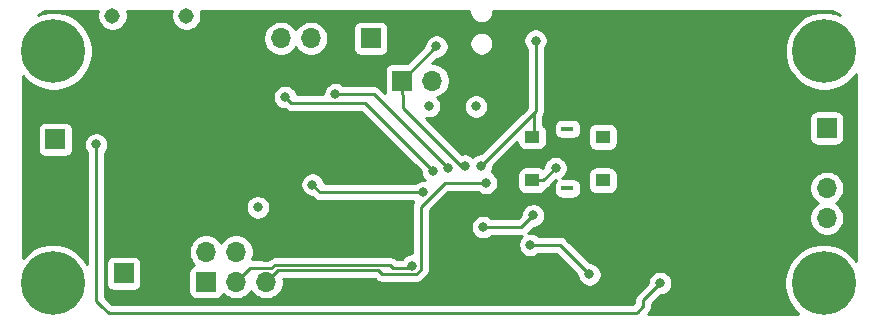
<source format=gbr>
%TF.GenerationSoftware,KiCad,Pcbnew,(5.1.9-0-10_14)*%
%TF.CreationDate,2022-07-10T13:30:40-04:00*%
%TF.ProjectId,raygun,72617967-756e-42e6-9b69-6361645f7063,rev?*%
%TF.SameCoordinates,Original*%
%TF.FileFunction,Copper,L2,Bot*%
%TF.FilePolarity,Positive*%
%FSLAX46Y46*%
G04 Gerber Fmt 4.6, Leading zero omitted, Abs format (unit mm)*
G04 Created by KiCad (PCBNEW (5.1.9-0-10_14)) date 2022-07-10 13:30:40*
%MOMM*%
%LPD*%
G01*
G04 APERTURE LIST*
%TA.AperFunction,ComponentPad*%
%ADD10R,1.700000X1.700000*%
%TD*%
%TA.AperFunction,ComponentPad*%
%ADD11O,1.700000X1.700000*%
%TD*%
%TA.AperFunction,ComponentPad*%
%ADD12C,1.308000*%
%TD*%
%TA.AperFunction,SMDPad,CuDef*%
%ADD13R,1.000000X0.450000*%
%TD*%
%TA.AperFunction,SMDPad,CuDef*%
%ADD14R,1.200000X1.100000*%
%TD*%
%TA.AperFunction,SMDPad,CuDef*%
%ADD15R,1.200000X1.000000*%
%TD*%
%TA.AperFunction,ComponentPad*%
%ADD16C,5.400000*%
%TD*%
%TA.AperFunction,ViaPad*%
%ADD17C,0.800000*%
%TD*%
%TA.AperFunction,Conductor*%
%ADD18C,0.250000*%
%TD*%
%TA.AperFunction,Conductor*%
%ADD19C,0.254000*%
%TD*%
%TA.AperFunction,Conductor*%
%ADD20C,0.100000*%
%TD*%
G04 APERTURE END LIST*
D10*
%TO.P,ISP1,1*%
%TO.N,MISO*%
X98800000Y-91640000D03*
D11*
%TO.P,ISP1,2*%
%TO.N,Net-(ISP1-Pad2)*%
X98800000Y-89100000D03*
%TO.P,ISP1,3*%
%TO.N,SCK*%
X101340000Y-91640000D03*
%TO.P,ISP1,4*%
%TO.N,MOSI*%
X101340000Y-89100000D03*
%TO.P,ISP1,5*%
%TO.N,RESET*%
X103880000Y-91640000D03*
%TO.P,ISP1,6*%
%TO.N,GND*%
X103880000Y-89100000D03*
%TD*%
D12*
%TO.P,SW3,MH2*%
%TO.N,N/C*%
X90875000Y-69100000D03*
%TO.P,SW3,MH1*%
X97125000Y-69100000D03*
%TD*%
D13*
%TO.P,SW2,GND2*%
%TO.N,N/C*%
X129400000Y-78675000D03*
%TO.P,SW2,GND1*%
X129400000Y-83725000D03*
D14*
%TO.P,SW2,3*%
X132400000Y-79350000D03*
%TO.P,SW2,4*%
X132400000Y-83050000D03*
%TO.P,SW2,2*%
%TO.N,3.3V*%
X126400000Y-83050000D03*
D15*
%TO.P,SW2,1*%
%TO.N,BTN2*%
X126400000Y-79350000D03*
%TD*%
D11*
%TO.P,SWTCH1,2*%
%TO.N,3.3V*%
X117940000Y-74600000D03*
D10*
%TO.P,SWTCH1,1*%
%TO.N,BTN1*%
X115400000Y-74600000D03*
%TD*%
D16*
%TO.P,REF\u002A\u002A,1*%
%TO.N,N/C*%
X151130000Y-72110600D03*
%TD*%
%TO.P,REF\u002A\u002A,1*%
%TO.N,N/C*%
X85877400Y-72110600D03*
%TD*%
%TO.P,REF\u002A\u002A,1*%
%TO.N,N/C*%
X85826600Y-91744800D03*
%TD*%
%TO.P,REF\u002A\u002A,1*%
%TO.N,N/C*%
X151079200Y-91744800D03*
%TD*%
D11*
%TO.P,OLED1,4*%
%TO.N,SDA*%
X105130600Y-71018400D03*
%TO.P,OLED1,3*%
%TO.N,SCL*%
X107670600Y-71018400D03*
%TO.P,OLED1,2*%
%TO.N,GND*%
X110210600Y-71018400D03*
D10*
%TO.P,OLED1,1*%
%TO.N,3.3V*%
X112750600Y-71018400D03*
%TD*%
D11*
%TO.P,LED1,4*%
%TO.N,3.3V*%
X151358600Y-86233000D03*
%TO.P,LED1,3*%
%TO.N,Net-(LED1-Pad3)*%
X151358600Y-83693000D03*
%TO.P,LED1,2*%
%TO.N,GND*%
X151358600Y-81153000D03*
D10*
%TO.P,LED1,1*%
%TO.N,Net-(LED1-Pad1)*%
X151358600Y-78613000D03*
%TD*%
D11*
%TO.P,BAT1,2*%
%TO.N,GND*%
X86029800Y-82118200D03*
D10*
%TO.P,BAT1,1*%
%TO.N,Net-(BAT1-Pad1)*%
X86029800Y-79578200D03*
%TD*%
%TO.P,3.3v1,1*%
%TO.N,3.3V*%
X91821000Y-90906600D03*
%TD*%
D17*
%TO.N,RESET*%
X122500000Y-83250000D03*
%TO.N,SCL*%
X119250000Y-82000000D03*
X109750000Y-75750000D03*
%TO.N,SDA*%
X118000000Y-82250000D03*
X105500000Y-76000000D03*
%TO.N,GND*%
X119697800Y-76736240D03*
X123207780Y-76868020D03*
X121350000Y-90950000D03*
X142240000Y-71120000D03*
X109458600Y-79958600D03*
X109500000Y-88800000D03*
X146000000Y-86500000D03*
X132500000Y-92500000D03*
X132500000Y-90000000D03*
X91287600Y-83669400D03*
X130512500Y-72512500D03*
X105200000Y-79600000D03*
%TO.N,SCK*%
X116250000Y-90250000D03*
%TO.N,LED_PWR*%
X117162347Y-84062347D03*
X107800000Y-83400000D03*
%TO.N,VCC*%
X89500000Y-80000000D03*
X137250000Y-91750000D03*
%TO.N,SND*%
X122250000Y-87000000D03*
X126500000Y-86000000D03*
%TO.N,3.3V*%
X117657880Y-76756260D03*
X121655840Y-76784200D03*
X103179000Y-85321000D03*
X128400000Y-82000000D03*
%TO.N,Net-(C6-Pad1)*%
X131250000Y-91000000D03*
X126250000Y-88500000D03*
%TO.N,BTN1*%
X120700000Y-81800000D03*
X118300000Y-71700000D03*
%TO.N,BTN2*%
X122100000Y-81800000D03*
X126700000Y-71200000D03*
%TD*%
D18*
%TO.N,RESET*%
X104869981Y-90650019D02*
X103880000Y-91640000D01*
X113725001Y-90975001D02*
X113400020Y-90650020D01*
X122500000Y-83250000D02*
X119000000Y-83250000D01*
X116598001Y-90975001D02*
X113725001Y-90975001D01*
X116975001Y-90598001D02*
X116598001Y-90975001D01*
X116975001Y-85274999D02*
X116975001Y-90598001D01*
X113400020Y-90650020D02*
X104869981Y-90650019D01*
X119000000Y-83250000D02*
X116975001Y-85274999D01*
%TO.N,SCL*%
X119250000Y-82000000D02*
X113000000Y-75750000D01*
X113000000Y-75750000D02*
X109750000Y-75750000D01*
%TO.N,SDA*%
X112225001Y-76475001D02*
X118000000Y-82250000D01*
X105975001Y-76475001D02*
X112225001Y-76475001D01*
X105500000Y-76000000D02*
X105975001Y-76475001D01*
%TO.N,SCK*%
X102515001Y-90464999D02*
X101340000Y-91640000D01*
X104335001Y-90464999D02*
X102515001Y-90464999D01*
X116250000Y-90250000D02*
X116024999Y-90475001D01*
X104599990Y-90200010D02*
X104335001Y-90464999D01*
X114651999Y-90475001D02*
X114377008Y-90200010D01*
X116024999Y-90475001D02*
X114651999Y-90475001D01*
X114377008Y-90200010D02*
X104599990Y-90200010D01*
%TO.N,LED_PWR*%
X108462347Y-84062347D02*
X117162347Y-84062347D01*
X107800000Y-83400000D02*
X108462347Y-84062347D01*
%TO.N,VCC*%
X89500000Y-93250000D02*
X89500000Y-92000000D01*
X90000000Y-93750000D02*
X89500000Y-93250000D01*
X89500000Y-92000000D02*
X89500000Y-80000000D01*
X90550000Y-94300000D02*
X89500000Y-93250000D01*
X135200000Y-94300000D02*
X90550000Y-94300000D01*
X137250000Y-91750000D02*
X135800000Y-93200000D01*
X135800000Y-93700000D02*
X135350000Y-94150000D01*
X135800000Y-93200000D02*
X135800000Y-93700000D01*
X135350000Y-94150000D02*
X135200000Y-94300000D01*
X135700000Y-93800000D02*
X135350000Y-94150000D01*
%TO.N,SND*%
X122250000Y-87000000D02*
X125500000Y-87000000D01*
X125500000Y-87000000D02*
X126500000Y-86000000D01*
%TO.N,3.3V*%
X126400000Y-83050000D02*
X127350000Y-83050000D01*
X127350000Y-83050000D02*
X128400000Y-82000000D01*
%TO.N,Net-(C6-Pad1)*%
X131250000Y-91000000D02*
X128750000Y-88500000D01*
X128750000Y-88500000D02*
X126250000Y-88500000D01*
%TO.N,BTN1*%
X115400000Y-75700000D02*
X115500000Y-75800000D01*
X115400000Y-74600000D02*
X115400000Y-75700000D01*
X115500000Y-75800000D02*
X115500000Y-76900000D01*
X115500000Y-76900000D02*
X120400000Y-81800000D01*
X120400000Y-81800000D02*
X120700000Y-81800000D01*
X115400000Y-74600000D02*
X118300000Y-71700000D01*
%TO.N,BTN2*%
X126700000Y-77200000D02*
X126700000Y-71200000D01*
X126600000Y-79150000D02*
X126400000Y-79350000D01*
X126600000Y-77300000D02*
X126600000Y-79150000D01*
X122100000Y-81800000D02*
X126600000Y-77300000D01*
X126600000Y-77300000D02*
X126700000Y-77200000D01*
%TD*%
D19*
%TO.N,GND*%
X89635535Y-68724013D02*
X89586000Y-68973045D01*
X89586000Y-69226955D01*
X89635535Y-69475987D01*
X89732703Y-69710570D01*
X89873768Y-69921690D01*
X90053310Y-70101232D01*
X90264430Y-70242297D01*
X90499013Y-70339465D01*
X90748045Y-70389000D01*
X91001955Y-70389000D01*
X91250987Y-70339465D01*
X91485570Y-70242297D01*
X91696690Y-70101232D01*
X91876232Y-69921690D01*
X92017297Y-69710570D01*
X92114465Y-69475987D01*
X92164000Y-69226955D01*
X92164000Y-68973045D01*
X92114465Y-68724013D01*
X92087950Y-68660000D01*
X95912050Y-68660000D01*
X95885535Y-68724013D01*
X95836000Y-68973045D01*
X95836000Y-69226955D01*
X95885535Y-69475987D01*
X95982703Y-69710570D01*
X96123768Y-69921690D01*
X96303310Y-70101232D01*
X96514430Y-70242297D01*
X96749013Y-70339465D01*
X96998045Y-70389000D01*
X97251955Y-70389000D01*
X97500987Y-70339465D01*
X97735570Y-70242297D01*
X97946690Y-70101232D01*
X98126232Y-69921690D01*
X98267297Y-69710570D01*
X98364465Y-69475987D01*
X98414000Y-69226955D01*
X98414000Y-68973045D01*
X98364465Y-68724013D01*
X98337950Y-68660000D01*
X121090000Y-68660000D01*
X121090000Y-68824476D01*
X121128814Y-69019606D01*
X121204950Y-69203414D01*
X121315482Y-69368837D01*
X121456163Y-69509518D01*
X121621586Y-69620050D01*
X121805394Y-69696186D01*
X122000524Y-69735000D01*
X122199476Y-69735000D01*
X122394606Y-69696186D01*
X122578414Y-69620050D01*
X122743837Y-69509518D01*
X122884518Y-69368837D01*
X122995050Y-69203414D01*
X123071186Y-69019606D01*
X123110000Y-68824476D01*
X123110000Y-68660000D01*
X151817192Y-68660000D01*
X152492515Y-69065194D01*
X152102784Y-68903762D01*
X151458469Y-68775600D01*
X150801531Y-68775600D01*
X150157216Y-68903762D01*
X149550285Y-69155161D01*
X149004061Y-69520136D01*
X148539536Y-69984661D01*
X148174561Y-70530885D01*
X147923162Y-71137816D01*
X147795000Y-71782131D01*
X147795000Y-72439069D01*
X147923162Y-73083384D01*
X148174561Y-73690315D01*
X148539536Y-74236539D01*
X149004061Y-74701064D01*
X149550285Y-75066039D01*
X150157216Y-75317438D01*
X150801531Y-75445600D01*
X151458469Y-75445600D01*
X152102784Y-75317438D01*
X152709715Y-75066039D01*
X153255939Y-74701064D01*
X153720464Y-74236539D01*
X153840000Y-74057640D01*
X153840001Y-89873788D01*
X153669664Y-89618861D01*
X153205139Y-89154336D01*
X152658915Y-88789361D01*
X152051984Y-88537962D01*
X151407669Y-88409800D01*
X150750731Y-88409800D01*
X150106416Y-88537962D01*
X149499485Y-88789361D01*
X148953261Y-89154336D01*
X148488736Y-89618861D01*
X148123761Y-90165085D01*
X147872362Y-90772016D01*
X147744200Y-91416331D01*
X147744200Y-92073269D01*
X147872362Y-92717584D01*
X148123761Y-93324515D01*
X148488736Y-93870739D01*
X148953261Y-94335264D01*
X148960349Y-94340000D01*
X136234801Y-94340000D01*
X136310997Y-94263804D01*
X136340001Y-94240001D01*
X136413863Y-94150000D01*
X136434974Y-94124277D01*
X136505546Y-93992247D01*
X136508349Y-93983007D01*
X136549003Y-93848986D01*
X136560000Y-93737333D01*
X136560000Y-93737324D01*
X136563676Y-93700001D01*
X136560000Y-93662678D01*
X136560000Y-93514801D01*
X137289802Y-92785000D01*
X137351939Y-92785000D01*
X137551898Y-92745226D01*
X137740256Y-92667205D01*
X137909774Y-92553937D01*
X138053937Y-92409774D01*
X138167205Y-92240256D01*
X138245226Y-92051898D01*
X138285000Y-91851939D01*
X138285000Y-91648061D01*
X138245226Y-91448102D01*
X138167205Y-91259744D01*
X138053937Y-91090226D01*
X137909774Y-90946063D01*
X137740256Y-90832795D01*
X137551898Y-90754774D01*
X137351939Y-90715000D01*
X137148061Y-90715000D01*
X136948102Y-90754774D01*
X136759744Y-90832795D01*
X136590226Y-90946063D01*
X136446063Y-91090226D01*
X136332795Y-91259744D01*
X136254774Y-91448102D01*
X136215000Y-91648061D01*
X136215000Y-91710198D01*
X135289003Y-92636196D01*
X135259999Y-92659999D01*
X135212741Y-92717584D01*
X135165026Y-92775724D01*
X135127509Y-92845913D01*
X135094454Y-92907754D01*
X135050997Y-93051015D01*
X135040000Y-93162668D01*
X135040000Y-93162678D01*
X135036324Y-93200000D01*
X135040000Y-93237322D01*
X135040000Y-93385199D01*
X134885199Y-93540000D01*
X90864802Y-93540000D01*
X90260000Y-92935199D01*
X90260000Y-90056600D01*
X90332928Y-90056600D01*
X90332928Y-91756600D01*
X90345188Y-91881082D01*
X90381498Y-92000780D01*
X90440463Y-92111094D01*
X90519815Y-92207785D01*
X90616506Y-92287137D01*
X90726820Y-92346102D01*
X90846518Y-92382412D01*
X90971000Y-92394672D01*
X92671000Y-92394672D01*
X92795482Y-92382412D01*
X92915180Y-92346102D01*
X93025494Y-92287137D01*
X93122185Y-92207785D01*
X93201537Y-92111094D01*
X93260502Y-92000780D01*
X93296812Y-91881082D01*
X93309072Y-91756600D01*
X93309072Y-90790000D01*
X97311928Y-90790000D01*
X97311928Y-92490000D01*
X97324188Y-92614482D01*
X97360498Y-92734180D01*
X97419463Y-92844494D01*
X97498815Y-92941185D01*
X97595506Y-93020537D01*
X97705820Y-93079502D01*
X97825518Y-93115812D01*
X97950000Y-93128072D01*
X99650000Y-93128072D01*
X99774482Y-93115812D01*
X99894180Y-93079502D01*
X100004494Y-93020537D01*
X100101185Y-92941185D01*
X100180537Y-92844494D01*
X100239502Y-92734180D01*
X100261513Y-92661620D01*
X100393368Y-92793475D01*
X100636589Y-92955990D01*
X100906842Y-93067932D01*
X101193740Y-93125000D01*
X101486260Y-93125000D01*
X101773158Y-93067932D01*
X102043411Y-92955990D01*
X102286632Y-92793475D01*
X102493475Y-92586632D01*
X102610000Y-92412240D01*
X102726525Y-92586632D01*
X102933368Y-92793475D01*
X103176589Y-92955990D01*
X103446842Y-93067932D01*
X103733740Y-93125000D01*
X104026260Y-93125000D01*
X104313158Y-93067932D01*
X104583411Y-92955990D01*
X104826632Y-92793475D01*
X105033475Y-92586632D01*
X105195990Y-92343411D01*
X105307932Y-92073158D01*
X105365000Y-91786260D01*
X105365000Y-91493740D01*
X105348347Y-91410018D01*
X113085219Y-91410020D01*
X113161197Y-91485998D01*
X113185000Y-91515002D01*
X113300725Y-91609975D01*
X113371978Y-91648061D01*
X113432754Y-91680547D01*
X113576015Y-91724004D01*
X113725001Y-91738678D01*
X113762334Y-91735001D01*
X116560679Y-91735001D01*
X116598001Y-91738677D01*
X116635323Y-91735001D01*
X116635334Y-91735001D01*
X116746987Y-91724004D01*
X116890248Y-91680547D01*
X117022277Y-91609975D01*
X117138002Y-91515002D01*
X117161805Y-91485998D01*
X117485998Y-91161805D01*
X117515002Y-91138002D01*
X117609975Y-91022277D01*
X117680547Y-90890248D01*
X117724004Y-90746987D01*
X117735001Y-90635334D01*
X117738678Y-90598001D01*
X117735001Y-90560668D01*
X117735001Y-86898061D01*
X121215000Y-86898061D01*
X121215000Y-87101939D01*
X121254774Y-87301898D01*
X121332795Y-87490256D01*
X121446063Y-87659774D01*
X121590226Y-87803937D01*
X121759744Y-87917205D01*
X121948102Y-87995226D01*
X122148061Y-88035000D01*
X122351939Y-88035000D01*
X122551898Y-87995226D01*
X122740256Y-87917205D01*
X122909774Y-87803937D01*
X122953711Y-87760000D01*
X125462678Y-87760000D01*
X125500000Y-87763676D01*
X125525084Y-87761205D01*
X125446063Y-87840226D01*
X125332795Y-88009744D01*
X125254774Y-88198102D01*
X125215000Y-88398061D01*
X125215000Y-88601939D01*
X125254774Y-88801898D01*
X125332795Y-88990256D01*
X125446063Y-89159774D01*
X125590226Y-89303937D01*
X125759744Y-89417205D01*
X125948102Y-89495226D01*
X126148061Y-89535000D01*
X126351939Y-89535000D01*
X126551898Y-89495226D01*
X126740256Y-89417205D01*
X126909774Y-89303937D01*
X126953711Y-89260000D01*
X128435199Y-89260000D01*
X130215000Y-91039802D01*
X130215000Y-91101939D01*
X130254774Y-91301898D01*
X130332795Y-91490256D01*
X130446063Y-91659774D01*
X130590226Y-91803937D01*
X130759744Y-91917205D01*
X130948102Y-91995226D01*
X131148061Y-92035000D01*
X131351939Y-92035000D01*
X131551898Y-91995226D01*
X131740256Y-91917205D01*
X131909774Y-91803937D01*
X132053937Y-91659774D01*
X132167205Y-91490256D01*
X132245226Y-91301898D01*
X132285000Y-91101939D01*
X132285000Y-90898061D01*
X132245226Y-90698102D01*
X132167205Y-90509744D01*
X132053937Y-90340226D01*
X131909774Y-90196063D01*
X131740256Y-90082795D01*
X131551898Y-90004774D01*
X131351939Y-89965000D01*
X131289802Y-89965000D01*
X129313804Y-87989003D01*
X129290001Y-87959999D01*
X129174276Y-87865026D01*
X129042247Y-87794454D01*
X128898986Y-87750997D01*
X128787333Y-87740000D01*
X128787322Y-87740000D01*
X128750000Y-87736324D01*
X128712678Y-87740000D01*
X126953711Y-87740000D01*
X126909774Y-87696063D01*
X126740256Y-87582795D01*
X126551898Y-87504774D01*
X126351939Y-87465000D01*
X126148061Y-87465000D01*
X126100301Y-87474500D01*
X126539802Y-87035000D01*
X126601939Y-87035000D01*
X126801898Y-86995226D01*
X126990256Y-86917205D01*
X127159774Y-86803937D01*
X127303937Y-86659774D01*
X127417205Y-86490256D01*
X127495226Y-86301898D01*
X127535000Y-86101939D01*
X127535000Y-85898061D01*
X127495226Y-85698102D01*
X127417205Y-85509744D01*
X127303937Y-85340226D01*
X127159774Y-85196063D01*
X126990256Y-85082795D01*
X126801898Y-85004774D01*
X126601939Y-84965000D01*
X126398061Y-84965000D01*
X126198102Y-85004774D01*
X126009744Y-85082795D01*
X125840226Y-85196063D01*
X125696063Y-85340226D01*
X125582795Y-85509744D01*
X125504774Y-85698102D01*
X125465000Y-85898061D01*
X125465000Y-85960198D01*
X125185199Y-86240000D01*
X122953711Y-86240000D01*
X122909774Y-86196063D01*
X122740256Y-86082795D01*
X122551898Y-86004774D01*
X122351939Y-85965000D01*
X122148061Y-85965000D01*
X121948102Y-86004774D01*
X121759744Y-86082795D01*
X121590226Y-86196063D01*
X121446063Y-86340226D01*
X121332795Y-86509744D01*
X121254774Y-86698102D01*
X121215000Y-86898061D01*
X117735001Y-86898061D01*
X117735001Y-85589800D01*
X119314802Y-84010000D01*
X121796289Y-84010000D01*
X121840226Y-84053937D01*
X122009744Y-84167205D01*
X122198102Y-84245226D01*
X122398061Y-84285000D01*
X122601939Y-84285000D01*
X122801898Y-84245226D01*
X122990256Y-84167205D01*
X123159774Y-84053937D01*
X123303937Y-83909774D01*
X123417205Y-83740256D01*
X123495226Y-83551898D01*
X123535000Y-83351939D01*
X123535000Y-83148061D01*
X123495226Y-82948102D01*
X123417205Y-82759744D01*
X123303937Y-82590226D01*
X123213711Y-82500000D01*
X125161928Y-82500000D01*
X125161928Y-83600000D01*
X125174188Y-83724482D01*
X125210498Y-83844180D01*
X125269463Y-83954494D01*
X125348815Y-84051185D01*
X125445506Y-84130537D01*
X125555820Y-84189502D01*
X125675518Y-84225812D01*
X125800000Y-84238072D01*
X127000000Y-84238072D01*
X127124482Y-84225812D01*
X127244180Y-84189502D01*
X127354494Y-84130537D01*
X127451185Y-84051185D01*
X127530537Y-83954494D01*
X127589502Y-83844180D01*
X127613768Y-83764185D01*
X127642247Y-83755546D01*
X127774276Y-83684974D01*
X127890001Y-83590001D01*
X127913804Y-83560998D01*
X128439802Y-83035000D01*
X128465649Y-83035000D01*
X128448815Y-83048815D01*
X128369463Y-83145506D01*
X128310498Y-83255820D01*
X128274188Y-83375518D01*
X128261928Y-83500000D01*
X128261928Y-83950000D01*
X128274188Y-84074482D01*
X128310498Y-84194180D01*
X128369463Y-84304494D01*
X128448815Y-84401185D01*
X128545506Y-84480537D01*
X128655820Y-84539502D01*
X128775518Y-84575812D01*
X128900000Y-84588072D01*
X129900000Y-84588072D01*
X130024482Y-84575812D01*
X130144180Y-84539502D01*
X130254494Y-84480537D01*
X130351185Y-84401185D01*
X130430537Y-84304494D01*
X130489502Y-84194180D01*
X130525812Y-84074482D01*
X130538072Y-83950000D01*
X130538072Y-83500000D01*
X130525812Y-83375518D01*
X130489502Y-83255820D01*
X130430537Y-83145506D01*
X130351185Y-83048815D01*
X130254494Y-82969463D01*
X130144180Y-82910498D01*
X130024482Y-82874188D01*
X129900000Y-82861928D01*
X128972984Y-82861928D01*
X129059774Y-82803937D01*
X129203937Y-82659774D01*
X129310694Y-82500000D01*
X131161928Y-82500000D01*
X131161928Y-83600000D01*
X131174188Y-83724482D01*
X131210498Y-83844180D01*
X131269463Y-83954494D01*
X131348815Y-84051185D01*
X131445506Y-84130537D01*
X131555820Y-84189502D01*
X131675518Y-84225812D01*
X131800000Y-84238072D01*
X133000000Y-84238072D01*
X133124482Y-84225812D01*
X133244180Y-84189502D01*
X133354494Y-84130537D01*
X133451185Y-84051185D01*
X133530537Y-83954494D01*
X133589502Y-83844180D01*
X133625812Y-83724482D01*
X133638072Y-83600000D01*
X133638072Y-83546740D01*
X149873600Y-83546740D01*
X149873600Y-83839260D01*
X149930668Y-84126158D01*
X150042610Y-84396411D01*
X150205125Y-84639632D01*
X150411968Y-84846475D01*
X150586360Y-84963000D01*
X150411968Y-85079525D01*
X150205125Y-85286368D01*
X150042610Y-85529589D01*
X149930668Y-85799842D01*
X149873600Y-86086740D01*
X149873600Y-86379260D01*
X149930668Y-86666158D01*
X150042610Y-86936411D01*
X150205125Y-87179632D01*
X150411968Y-87386475D01*
X150655189Y-87548990D01*
X150925442Y-87660932D01*
X151212340Y-87718000D01*
X151504860Y-87718000D01*
X151791758Y-87660932D01*
X152062011Y-87548990D01*
X152305232Y-87386475D01*
X152512075Y-87179632D01*
X152674590Y-86936411D01*
X152786532Y-86666158D01*
X152843600Y-86379260D01*
X152843600Y-86086740D01*
X152786532Y-85799842D01*
X152674590Y-85529589D01*
X152512075Y-85286368D01*
X152305232Y-85079525D01*
X152130840Y-84963000D01*
X152305232Y-84846475D01*
X152512075Y-84639632D01*
X152674590Y-84396411D01*
X152786532Y-84126158D01*
X152843600Y-83839260D01*
X152843600Y-83546740D01*
X152786532Y-83259842D01*
X152674590Y-82989589D01*
X152512075Y-82746368D01*
X152305232Y-82539525D01*
X152062011Y-82377010D01*
X151791758Y-82265068D01*
X151504860Y-82208000D01*
X151212340Y-82208000D01*
X150925442Y-82265068D01*
X150655189Y-82377010D01*
X150411968Y-82539525D01*
X150205125Y-82746368D01*
X150042610Y-82989589D01*
X149930668Y-83259842D01*
X149873600Y-83546740D01*
X133638072Y-83546740D01*
X133638072Y-82500000D01*
X133625812Y-82375518D01*
X133589502Y-82255820D01*
X133530537Y-82145506D01*
X133451185Y-82048815D01*
X133354494Y-81969463D01*
X133244180Y-81910498D01*
X133124482Y-81874188D01*
X133000000Y-81861928D01*
X131800000Y-81861928D01*
X131675518Y-81874188D01*
X131555820Y-81910498D01*
X131445506Y-81969463D01*
X131348815Y-82048815D01*
X131269463Y-82145506D01*
X131210498Y-82255820D01*
X131174188Y-82375518D01*
X131161928Y-82500000D01*
X129310694Y-82500000D01*
X129317205Y-82490256D01*
X129395226Y-82301898D01*
X129435000Y-82101939D01*
X129435000Y-81898061D01*
X129395226Y-81698102D01*
X129317205Y-81509744D01*
X129203937Y-81340226D01*
X129059774Y-81196063D01*
X128890256Y-81082795D01*
X128701898Y-81004774D01*
X128501939Y-80965000D01*
X128298061Y-80965000D01*
X128098102Y-81004774D01*
X127909744Y-81082795D01*
X127740226Y-81196063D01*
X127596063Y-81340226D01*
X127482795Y-81509744D01*
X127404774Y-81698102D01*
X127365000Y-81898061D01*
X127365000Y-81960198D01*
X127355176Y-81970023D01*
X127354494Y-81969463D01*
X127244180Y-81910498D01*
X127124482Y-81874188D01*
X127000000Y-81861928D01*
X125800000Y-81861928D01*
X125675518Y-81874188D01*
X125555820Y-81910498D01*
X125445506Y-81969463D01*
X125348815Y-82048815D01*
X125269463Y-82145506D01*
X125210498Y-82255820D01*
X125174188Y-82375518D01*
X125161928Y-82500000D01*
X123213711Y-82500000D01*
X123159774Y-82446063D01*
X122990256Y-82332795D01*
X122989101Y-82332317D01*
X123017205Y-82290256D01*
X123095226Y-82101898D01*
X123135000Y-81901939D01*
X123135000Y-81839801D01*
X125161928Y-79812874D01*
X125161928Y-79850000D01*
X125174188Y-79974482D01*
X125210498Y-80094180D01*
X125269463Y-80204494D01*
X125348815Y-80301185D01*
X125445506Y-80380537D01*
X125555820Y-80439502D01*
X125675518Y-80475812D01*
X125800000Y-80488072D01*
X127000000Y-80488072D01*
X127124482Y-80475812D01*
X127244180Y-80439502D01*
X127354494Y-80380537D01*
X127451185Y-80301185D01*
X127530537Y-80204494D01*
X127589502Y-80094180D01*
X127625812Y-79974482D01*
X127638072Y-79850000D01*
X127638072Y-78850000D01*
X127625812Y-78725518D01*
X127589502Y-78605820D01*
X127530537Y-78495506D01*
X127493192Y-78450000D01*
X128261928Y-78450000D01*
X128261928Y-78900000D01*
X128274188Y-79024482D01*
X128310498Y-79144180D01*
X128369463Y-79254494D01*
X128448815Y-79351185D01*
X128545506Y-79430537D01*
X128655820Y-79489502D01*
X128775518Y-79525812D01*
X128900000Y-79538072D01*
X129900000Y-79538072D01*
X130024482Y-79525812D01*
X130144180Y-79489502D01*
X130254494Y-79430537D01*
X130351185Y-79351185D01*
X130430537Y-79254494D01*
X130489502Y-79144180D01*
X130525812Y-79024482D01*
X130538072Y-78900000D01*
X130538072Y-78800000D01*
X131161928Y-78800000D01*
X131161928Y-79900000D01*
X131174188Y-80024482D01*
X131210498Y-80144180D01*
X131269463Y-80254494D01*
X131348815Y-80351185D01*
X131445506Y-80430537D01*
X131555820Y-80489502D01*
X131675518Y-80525812D01*
X131800000Y-80538072D01*
X133000000Y-80538072D01*
X133124482Y-80525812D01*
X133244180Y-80489502D01*
X133354494Y-80430537D01*
X133451185Y-80351185D01*
X133530537Y-80254494D01*
X133589502Y-80144180D01*
X133625812Y-80024482D01*
X133638072Y-79900000D01*
X133638072Y-78800000D01*
X133625812Y-78675518D01*
X133589502Y-78555820D01*
X133530537Y-78445506D01*
X133451185Y-78348815D01*
X133354494Y-78269463D01*
X133244180Y-78210498D01*
X133124482Y-78174188D01*
X133000000Y-78161928D01*
X131800000Y-78161928D01*
X131675518Y-78174188D01*
X131555820Y-78210498D01*
X131445506Y-78269463D01*
X131348815Y-78348815D01*
X131269463Y-78445506D01*
X131210498Y-78555820D01*
X131174188Y-78675518D01*
X131161928Y-78800000D01*
X130538072Y-78800000D01*
X130538072Y-78450000D01*
X130525812Y-78325518D01*
X130489502Y-78205820D01*
X130430537Y-78095506D01*
X130351185Y-77998815D01*
X130254494Y-77919463D01*
X130144180Y-77860498D01*
X130024482Y-77824188D01*
X129900000Y-77811928D01*
X128900000Y-77811928D01*
X128775518Y-77824188D01*
X128655820Y-77860498D01*
X128545506Y-77919463D01*
X128448815Y-77998815D01*
X128369463Y-78095506D01*
X128310498Y-78205820D01*
X128274188Y-78325518D01*
X128261928Y-78450000D01*
X127493192Y-78450000D01*
X127451185Y-78398815D01*
X127360000Y-78323982D01*
X127360000Y-77763000D01*
X149870528Y-77763000D01*
X149870528Y-79463000D01*
X149882788Y-79587482D01*
X149919098Y-79707180D01*
X149978063Y-79817494D01*
X150057415Y-79914185D01*
X150154106Y-79993537D01*
X150264420Y-80052502D01*
X150384118Y-80088812D01*
X150508600Y-80101072D01*
X152208600Y-80101072D01*
X152333082Y-80088812D01*
X152452780Y-80052502D01*
X152563094Y-79993537D01*
X152659785Y-79914185D01*
X152739137Y-79817494D01*
X152798102Y-79707180D01*
X152834412Y-79587482D01*
X152846672Y-79463000D01*
X152846672Y-77763000D01*
X152834412Y-77638518D01*
X152798102Y-77518820D01*
X152739137Y-77408506D01*
X152659785Y-77311815D01*
X152563094Y-77232463D01*
X152452780Y-77173498D01*
X152333082Y-77137188D01*
X152208600Y-77124928D01*
X150508600Y-77124928D01*
X150384118Y-77137188D01*
X150264420Y-77173498D01*
X150154106Y-77232463D01*
X150057415Y-77311815D01*
X149978063Y-77408506D01*
X149919098Y-77518820D01*
X149882788Y-77638518D01*
X149870528Y-77763000D01*
X127360000Y-77763000D01*
X127360000Y-77577456D01*
X127405546Y-77492247D01*
X127449003Y-77348986D01*
X127460000Y-77237333D01*
X127460000Y-77237323D01*
X127463676Y-77200001D01*
X127460000Y-77162678D01*
X127460000Y-71903711D01*
X127503937Y-71859774D01*
X127617205Y-71690256D01*
X127695226Y-71501898D01*
X127735000Y-71301939D01*
X127735000Y-71098061D01*
X127695226Y-70898102D01*
X127617205Y-70709744D01*
X127503937Y-70540226D01*
X127359774Y-70396063D01*
X127190256Y-70282795D01*
X127001898Y-70204774D01*
X126801939Y-70165000D01*
X126598061Y-70165000D01*
X126398102Y-70204774D01*
X126209744Y-70282795D01*
X126040226Y-70396063D01*
X125896063Y-70540226D01*
X125782795Y-70709744D01*
X125704774Y-70898102D01*
X125665000Y-71098061D01*
X125665000Y-71301939D01*
X125704774Y-71501898D01*
X125782795Y-71690256D01*
X125896063Y-71859774D01*
X125940001Y-71903712D01*
X125940000Y-76885198D01*
X122060199Y-80765000D01*
X121998061Y-80765000D01*
X121798102Y-80804774D01*
X121609744Y-80882795D01*
X121440226Y-80996063D01*
X121400000Y-81036289D01*
X121359774Y-80996063D01*
X121190256Y-80882795D01*
X121001898Y-80804774D01*
X120801939Y-80765000D01*
X120598061Y-80765000D01*
X120466059Y-80791257D01*
X117443744Y-77768943D01*
X117555941Y-77791260D01*
X117759819Y-77791260D01*
X117959778Y-77751486D01*
X118148136Y-77673465D01*
X118317654Y-77560197D01*
X118461817Y-77416034D01*
X118575085Y-77246516D01*
X118653106Y-77058158D01*
X118692880Y-76858199D01*
X118692880Y-76682261D01*
X120620840Y-76682261D01*
X120620840Y-76886139D01*
X120660614Y-77086098D01*
X120738635Y-77274456D01*
X120851903Y-77443974D01*
X120996066Y-77588137D01*
X121165584Y-77701405D01*
X121353942Y-77779426D01*
X121553901Y-77819200D01*
X121757779Y-77819200D01*
X121957738Y-77779426D01*
X122146096Y-77701405D01*
X122315614Y-77588137D01*
X122459777Y-77443974D01*
X122573045Y-77274456D01*
X122651066Y-77086098D01*
X122690840Y-76886139D01*
X122690840Y-76682261D01*
X122651066Y-76482302D01*
X122573045Y-76293944D01*
X122459777Y-76124426D01*
X122315614Y-75980263D01*
X122146096Y-75866995D01*
X121957738Y-75788974D01*
X121757779Y-75749200D01*
X121553901Y-75749200D01*
X121353942Y-75788974D01*
X121165584Y-75866995D01*
X120996066Y-75980263D01*
X120851903Y-76124426D01*
X120738635Y-76293944D01*
X120660614Y-76482302D01*
X120620840Y-76682261D01*
X118692880Y-76682261D01*
X118692880Y-76654321D01*
X118653106Y-76454362D01*
X118575085Y-76266004D01*
X118461817Y-76096486D01*
X118387374Y-76022043D01*
X118643411Y-75915990D01*
X118886632Y-75753475D01*
X119093475Y-75546632D01*
X119255990Y-75303411D01*
X119367932Y-75033158D01*
X119425000Y-74746260D01*
X119425000Y-74453740D01*
X119367932Y-74166842D01*
X119255990Y-73896589D01*
X119093475Y-73653368D01*
X118886632Y-73446525D01*
X118643411Y-73284010D01*
X118373158Y-73172068D01*
X118086260Y-73115000D01*
X117959802Y-73115000D01*
X118339802Y-72735000D01*
X118401939Y-72735000D01*
X118601898Y-72695226D01*
X118790256Y-72617205D01*
X118959774Y-72503937D01*
X119103937Y-72359774D01*
X119217205Y-72190256D01*
X119295226Y-72001898D01*
X119335000Y-71801939D01*
X119335000Y-71598061D01*
X119295226Y-71398102D01*
X119285874Y-71375524D01*
X121090000Y-71375524D01*
X121090000Y-71574476D01*
X121128814Y-71769606D01*
X121204950Y-71953414D01*
X121315482Y-72118837D01*
X121456163Y-72259518D01*
X121621586Y-72370050D01*
X121805394Y-72446186D01*
X122000524Y-72485000D01*
X122199476Y-72485000D01*
X122394606Y-72446186D01*
X122578414Y-72370050D01*
X122743837Y-72259518D01*
X122884518Y-72118837D01*
X122995050Y-71953414D01*
X123071186Y-71769606D01*
X123110000Y-71574476D01*
X123110000Y-71375524D01*
X123071186Y-71180394D01*
X122995050Y-70996586D01*
X122884518Y-70831163D01*
X122743837Y-70690482D01*
X122578414Y-70579950D01*
X122394606Y-70503814D01*
X122199476Y-70465000D01*
X122000524Y-70465000D01*
X121805394Y-70503814D01*
X121621586Y-70579950D01*
X121456163Y-70690482D01*
X121315482Y-70831163D01*
X121204950Y-70996586D01*
X121128814Y-71180394D01*
X121090000Y-71375524D01*
X119285874Y-71375524D01*
X119217205Y-71209744D01*
X119103937Y-71040226D01*
X118959774Y-70896063D01*
X118790256Y-70782795D01*
X118601898Y-70704774D01*
X118401939Y-70665000D01*
X118198061Y-70665000D01*
X117998102Y-70704774D01*
X117809744Y-70782795D01*
X117640226Y-70896063D01*
X117496063Y-71040226D01*
X117382795Y-71209744D01*
X117304774Y-71398102D01*
X117265000Y-71598061D01*
X117265000Y-71660198D01*
X115813271Y-73111928D01*
X114550000Y-73111928D01*
X114425518Y-73124188D01*
X114305820Y-73160498D01*
X114195506Y-73219463D01*
X114098815Y-73298815D01*
X114019463Y-73395506D01*
X113960498Y-73505820D01*
X113924188Y-73625518D01*
X113911928Y-73750000D01*
X113911928Y-75450000D01*
X113924188Y-75574482D01*
X113935032Y-75610231D01*
X113563804Y-75239003D01*
X113540001Y-75209999D01*
X113424276Y-75115026D01*
X113292247Y-75044454D01*
X113148986Y-75000997D01*
X113037333Y-74990000D01*
X113037322Y-74990000D01*
X113000000Y-74986324D01*
X112962678Y-74990000D01*
X110453711Y-74990000D01*
X110409774Y-74946063D01*
X110240256Y-74832795D01*
X110051898Y-74754774D01*
X109851939Y-74715000D01*
X109648061Y-74715000D01*
X109448102Y-74754774D01*
X109259744Y-74832795D01*
X109090226Y-74946063D01*
X108946063Y-75090226D01*
X108832795Y-75259744D01*
X108754774Y-75448102D01*
X108715000Y-75648061D01*
X108715000Y-75715001D01*
X106498587Y-75715001D01*
X106495226Y-75698102D01*
X106417205Y-75509744D01*
X106303937Y-75340226D01*
X106159774Y-75196063D01*
X105990256Y-75082795D01*
X105801898Y-75004774D01*
X105601939Y-74965000D01*
X105398061Y-74965000D01*
X105198102Y-75004774D01*
X105009744Y-75082795D01*
X104840226Y-75196063D01*
X104696063Y-75340226D01*
X104582795Y-75509744D01*
X104504774Y-75698102D01*
X104465000Y-75898061D01*
X104465000Y-76101939D01*
X104504774Y-76301898D01*
X104582795Y-76490256D01*
X104696063Y-76659774D01*
X104840226Y-76803937D01*
X105009744Y-76917205D01*
X105198102Y-76995226D01*
X105398061Y-77035000D01*
X105459368Y-77035000D01*
X105550725Y-77109975D01*
X105682754Y-77180547D01*
X105826015Y-77224004D01*
X105937668Y-77235001D01*
X105937678Y-77235001D01*
X105975001Y-77238677D01*
X106012324Y-77235001D01*
X111910200Y-77235001D01*
X116965000Y-82289802D01*
X116965000Y-82351939D01*
X117004774Y-82551898D01*
X117082795Y-82740256D01*
X117196063Y-82909774D01*
X117325890Y-83039601D01*
X117264286Y-83027347D01*
X117060408Y-83027347D01*
X116860449Y-83067121D01*
X116672091Y-83145142D01*
X116502573Y-83258410D01*
X116458636Y-83302347D01*
X108835000Y-83302347D01*
X108835000Y-83298061D01*
X108795226Y-83098102D01*
X108717205Y-82909744D01*
X108603937Y-82740226D01*
X108459774Y-82596063D01*
X108290256Y-82482795D01*
X108101898Y-82404774D01*
X107901939Y-82365000D01*
X107698061Y-82365000D01*
X107498102Y-82404774D01*
X107309744Y-82482795D01*
X107140226Y-82596063D01*
X106996063Y-82740226D01*
X106882795Y-82909744D01*
X106804774Y-83098102D01*
X106765000Y-83298061D01*
X106765000Y-83501939D01*
X106804774Y-83701898D01*
X106882795Y-83890256D01*
X106996063Y-84059774D01*
X107140226Y-84203937D01*
X107309744Y-84317205D01*
X107498102Y-84395226D01*
X107698061Y-84435000D01*
X107760198Y-84435000D01*
X107898547Y-84573349D01*
X107922346Y-84602348D01*
X107951344Y-84626146D01*
X108038070Y-84697321D01*
X108132883Y-84748000D01*
X108170100Y-84767893D01*
X108313361Y-84811350D01*
X108425014Y-84822347D01*
X108425023Y-84822347D01*
X108462346Y-84826023D01*
X108499669Y-84822347D01*
X116363315Y-84822347D01*
X116340027Y-84850723D01*
X116304596Y-84917010D01*
X116269455Y-84982753D01*
X116225998Y-85126014D01*
X116215001Y-85237667D01*
X116215001Y-85237677D01*
X116211325Y-85274999D01*
X116215001Y-85312322D01*
X116215002Y-89215000D01*
X116148061Y-89215000D01*
X115948102Y-89254774D01*
X115759744Y-89332795D01*
X115590226Y-89446063D01*
X115446063Y-89590226D01*
X115362691Y-89715001D01*
X114966800Y-89715001D01*
X114940812Y-89689013D01*
X114917009Y-89660009D01*
X114801284Y-89565036D01*
X114669255Y-89494464D01*
X114525994Y-89451007D01*
X114414341Y-89440010D01*
X114414330Y-89440010D01*
X114377008Y-89436334D01*
X114339686Y-89440010D01*
X104637312Y-89440010D01*
X104599989Y-89436334D01*
X104562666Y-89440010D01*
X104562657Y-89440010D01*
X104451004Y-89451007D01*
X104307743Y-89494464D01*
X104175714Y-89565036D01*
X104059989Y-89660009D01*
X104036186Y-89689013D01*
X104020200Y-89704999D01*
X102696753Y-89704999D01*
X102767932Y-89533158D01*
X102825000Y-89246260D01*
X102825000Y-88953740D01*
X102767932Y-88666842D01*
X102655990Y-88396589D01*
X102493475Y-88153368D01*
X102286632Y-87946525D01*
X102043411Y-87784010D01*
X101773158Y-87672068D01*
X101486260Y-87615000D01*
X101193740Y-87615000D01*
X100906842Y-87672068D01*
X100636589Y-87784010D01*
X100393368Y-87946525D01*
X100186525Y-88153368D01*
X100070000Y-88327760D01*
X99953475Y-88153368D01*
X99746632Y-87946525D01*
X99503411Y-87784010D01*
X99233158Y-87672068D01*
X98946260Y-87615000D01*
X98653740Y-87615000D01*
X98366842Y-87672068D01*
X98096589Y-87784010D01*
X97853368Y-87946525D01*
X97646525Y-88153368D01*
X97484010Y-88396589D01*
X97372068Y-88666842D01*
X97315000Y-88953740D01*
X97315000Y-89246260D01*
X97372068Y-89533158D01*
X97484010Y-89803411D01*
X97646525Y-90046632D01*
X97778380Y-90178487D01*
X97705820Y-90200498D01*
X97595506Y-90259463D01*
X97498815Y-90338815D01*
X97419463Y-90435506D01*
X97360498Y-90545820D01*
X97324188Y-90665518D01*
X97311928Y-90790000D01*
X93309072Y-90790000D01*
X93309072Y-90056600D01*
X93296812Y-89932118D01*
X93260502Y-89812420D01*
X93201537Y-89702106D01*
X93122185Y-89605415D01*
X93025494Y-89526063D01*
X92915180Y-89467098D01*
X92795482Y-89430788D01*
X92671000Y-89418528D01*
X90971000Y-89418528D01*
X90846518Y-89430788D01*
X90726820Y-89467098D01*
X90616506Y-89526063D01*
X90519815Y-89605415D01*
X90440463Y-89702106D01*
X90381498Y-89812420D01*
X90345188Y-89932118D01*
X90332928Y-90056600D01*
X90260000Y-90056600D01*
X90260000Y-85219061D01*
X102144000Y-85219061D01*
X102144000Y-85422939D01*
X102183774Y-85622898D01*
X102261795Y-85811256D01*
X102375063Y-85980774D01*
X102519226Y-86124937D01*
X102688744Y-86238205D01*
X102877102Y-86316226D01*
X103077061Y-86356000D01*
X103280939Y-86356000D01*
X103480898Y-86316226D01*
X103669256Y-86238205D01*
X103838774Y-86124937D01*
X103982937Y-85980774D01*
X104096205Y-85811256D01*
X104174226Y-85622898D01*
X104214000Y-85422939D01*
X104214000Y-85219061D01*
X104174226Y-85019102D01*
X104096205Y-84830744D01*
X103982937Y-84661226D01*
X103838774Y-84517063D01*
X103669256Y-84403795D01*
X103480898Y-84325774D01*
X103280939Y-84286000D01*
X103077061Y-84286000D01*
X102877102Y-84325774D01*
X102688744Y-84403795D01*
X102519226Y-84517063D01*
X102375063Y-84661226D01*
X102261795Y-84830744D01*
X102183774Y-85019102D01*
X102144000Y-85219061D01*
X90260000Y-85219061D01*
X90260000Y-80703711D01*
X90303937Y-80659774D01*
X90417205Y-80490256D01*
X90495226Y-80301898D01*
X90535000Y-80101939D01*
X90535000Y-79898061D01*
X90495226Y-79698102D01*
X90417205Y-79509744D01*
X90303937Y-79340226D01*
X90159774Y-79196063D01*
X89990256Y-79082795D01*
X89801898Y-79004774D01*
X89601939Y-78965000D01*
X89398061Y-78965000D01*
X89198102Y-79004774D01*
X89009744Y-79082795D01*
X88840226Y-79196063D01*
X88696063Y-79340226D01*
X88582795Y-79509744D01*
X88504774Y-79698102D01*
X88465000Y-79898061D01*
X88465000Y-80101939D01*
X88504774Y-80301898D01*
X88582795Y-80490256D01*
X88696063Y-80659774D01*
X88740001Y-80703712D01*
X88740000Y-90102169D01*
X88417064Y-89618861D01*
X87952539Y-89154336D01*
X87406315Y-88789361D01*
X86799384Y-88537962D01*
X86155069Y-88409800D01*
X85498131Y-88409800D01*
X84853816Y-88537962D01*
X84246885Y-88789361D01*
X83700661Y-89154336D01*
X83260000Y-89594997D01*
X83260000Y-78728200D01*
X84541728Y-78728200D01*
X84541728Y-80428200D01*
X84553988Y-80552682D01*
X84590298Y-80672380D01*
X84649263Y-80782694D01*
X84728615Y-80879385D01*
X84825306Y-80958737D01*
X84935620Y-81017702D01*
X85055318Y-81054012D01*
X85179800Y-81066272D01*
X86879800Y-81066272D01*
X87004282Y-81054012D01*
X87123980Y-81017702D01*
X87234294Y-80958737D01*
X87330985Y-80879385D01*
X87410337Y-80782694D01*
X87469302Y-80672380D01*
X87505612Y-80552682D01*
X87517872Y-80428200D01*
X87517872Y-78728200D01*
X87505612Y-78603718D01*
X87469302Y-78484020D01*
X87410337Y-78373706D01*
X87330985Y-78277015D01*
X87234294Y-78197663D01*
X87123980Y-78138698D01*
X87004282Y-78102388D01*
X86879800Y-78090128D01*
X85179800Y-78090128D01*
X85055318Y-78102388D01*
X84935620Y-78138698D01*
X84825306Y-78197663D01*
X84728615Y-78277015D01*
X84649263Y-78373706D01*
X84590298Y-78484020D01*
X84553988Y-78603718D01*
X84541728Y-78728200D01*
X83260000Y-78728200D01*
X83260000Y-74196226D01*
X83286936Y-74236539D01*
X83751461Y-74701064D01*
X84297685Y-75066039D01*
X84904616Y-75317438D01*
X85548931Y-75445600D01*
X86205869Y-75445600D01*
X86850184Y-75317438D01*
X87457115Y-75066039D01*
X88003339Y-74701064D01*
X88467864Y-74236539D01*
X88832839Y-73690315D01*
X89084238Y-73083384D01*
X89212400Y-72439069D01*
X89212400Y-71782131D01*
X89084238Y-71137816D01*
X88974192Y-70872140D01*
X103645600Y-70872140D01*
X103645600Y-71164660D01*
X103702668Y-71451558D01*
X103814610Y-71721811D01*
X103977125Y-71965032D01*
X104183968Y-72171875D01*
X104427189Y-72334390D01*
X104697442Y-72446332D01*
X104984340Y-72503400D01*
X105276860Y-72503400D01*
X105563758Y-72446332D01*
X105834011Y-72334390D01*
X106077232Y-72171875D01*
X106284075Y-71965032D01*
X106400600Y-71790640D01*
X106517125Y-71965032D01*
X106723968Y-72171875D01*
X106967189Y-72334390D01*
X107237442Y-72446332D01*
X107524340Y-72503400D01*
X107816860Y-72503400D01*
X108103758Y-72446332D01*
X108374011Y-72334390D01*
X108617232Y-72171875D01*
X108824075Y-71965032D01*
X108986590Y-71721811D01*
X109098532Y-71451558D01*
X109155600Y-71164660D01*
X109155600Y-70872140D01*
X109098532Y-70585242D01*
X108986590Y-70314989D01*
X108888643Y-70168400D01*
X111262528Y-70168400D01*
X111262528Y-71868400D01*
X111274788Y-71992882D01*
X111311098Y-72112580D01*
X111370063Y-72222894D01*
X111449415Y-72319585D01*
X111546106Y-72398937D01*
X111656420Y-72457902D01*
X111776118Y-72494212D01*
X111900600Y-72506472D01*
X113600600Y-72506472D01*
X113725082Y-72494212D01*
X113844780Y-72457902D01*
X113955094Y-72398937D01*
X114051785Y-72319585D01*
X114131137Y-72222894D01*
X114190102Y-72112580D01*
X114226412Y-71992882D01*
X114238672Y-71868400D01*
X114238672Y-70168400D01*
X114226412Y-70043918D01*
X114190102Y-69924220D01*
X114131137Y-69813906D01*
X114051785Y-69717215D01*
X113955094Y-69637863D01*
X113844780Y-69578898D01*
X113725082Y-69542588D01*
X113600600Y-69530328D01*
X111900600Y-69530328D01*
X111776118Y-69542588D01*
X111656420Y-69578898D01*
X111546106Y-69637863D01*
X111449415Y-69717215D01*
X111370063Y-69813906D01*
X111311098Y-69924220D01*
X111274788Y-70043918D01*
X111262528Y-70168400D01*
X108888643Y-70168400D01*
X108824075Y-70071768D01*
X108617232Y-69864925D01*
X108374011Y-69702410D01*
X108103758Y-69590468D01*
X107816860Y-69533400D01*
X107524340Y-69533400D01*
X107237442Y-69590468D01*
X106967189Y-69702410D01*
X106723968Y-69864925D01*
X106517125Y-70071768D01*
X106400600Y-70246160D01*
X106284075Y-70071768D01*
X106077232Y-69864925D01*
X105834011Y-69702410D01*
X105563758Y-69590468D01*
X105276860Y-69533400D01*
X104984340Y-69533400D01*
X104697442Y-69590468D01*
X104427189Y-69702410D01*
X104183968Y-69864925D01*
X103977125Y-70071768D01*
X103814610Y-70314989D01*
X103702668Y-70585242D01*
X103645600Y-70872140D01*
X88974192Y-70872140D01*
X88832839Y-70530885D01*
X88467864Y-69984661D01*
X88003339Y-69520136D01*
X87457115Y-69155161D01*
X86850184Y-68903762D01*
X86205869Y-68775600D01*
X85548931Y-68775600D01*
X84904616Y-68903762D01*
X84592246Y-69033150D01*
X85189287Y-68660000D01*
X89662050Y-68660000D01*
X89635535Y-68724013D01*
%TA.AperFunction,Conductor*%
D20*
G36*
X89635535Y-68724013D02*
G01*
X89586000Y-68973045D01*
X89586000Y-69226955D01*
X89635535Y-69475987D01*
X89732703Y-69710570D01*
X89873768Y-69921690D01*
X90053310Y-70101232D01*
X90264430Y-70242297D01*
X90499013Y-70339465D01*
X90748045Y-70389000D01*
X91001955Y-70389000D01*
X91250987Y-70339465D01*
X91485570Y-70242297D01*
X91696690Y-70101232D01*
X91876232Y-69921690D01*
X92017297Y-69710570D01*
X92114465Y-69475987D01*
X92164000Y-69226955D01*
X92164000Y-68973045D01*
X92114465Y-68724013D01*
X92087950Y-68660000D01*
X95912050Y-68660000D01*
X95885535Y-68724013D01*
X95836000Y-68973045D01*
X95836000Y-69226955D01*
X95885535Y-69475987D01*
X95982703Y-69710570D01*
X96123768Y-69921690D01*
X96303310Y-70101232D01*
X96514430Y-70242297D01*
X96749013Y-70339465D01*
X96998045Y-70389000D01*
X97251955Y-70389000D01*
X97500987Y-70339465D01*
X97735570Y-70242297D01*
X97946690Y-70101232D01*
X98126232Y-69921690D01*
X98267297Y-69710570D01*
X98364465Y-69475987D01*
X98414000Y-69226955D01*
X98414000Y-68973045D01*
X98364465Y-68724013D01*
X98337950Y-68660000D01*
X121090000Y-68660000D01*
X121090000Y-68824476D01*
X121128814Y-69019606D01*
X121204950Y-69203414D01*
X121315482Y-69368837D01*
X121456163Y-69509518D01*
X121621586Y-69620050D01*
X121805394Y-69696186D01*
X122000524Y-69735000D01*
X122199476Y-69735000D01*
X122394606Y-69696186D01*
X122578414Y-69620050D01*
X122743837Y-69509518D01*
X122884518Y-69368837D01*
X122995050Y-69203414D01*
X123071186Y-69019606D01*
X123110000Y-68824476D01*
X123110000Y-68660000D01*
X151817192Y-68660000D01*
X152492515Y-69065194D01*
X152102784Y-68903762D01*
X151458469Y-68775600D01*
X150801531Y-68775600D01*
X150157216Y-68903762D01*
X149550285Y-69155161D01*
X149004061Y-69520136D01*
X148539536Y-69984661D01*
X148174561Y-70530885D01*
X147923162Y-71137816D01*
X147795000Y-71782131D01*
X147795000Y-72439069D01*
X147923162Y-73083384D01*
X148174561Y-73690315D01*
X148539536Y-74236539D01*
X149004061Y-74701064D01*
X149550285Y-75066039D01*
X150157216Y-75317438D01*
X150801531Y-75445600D01*
X151458469Y-75445600D01*
X152102784Y-75317438D01*
X152709715Y-75066039D01*
X153255939Y-74701064D01*
X153720464Y-74236539D01*
X153840000Y-74057640D01*
X153840001Y-89873788D01*
X153669664Y-89618861D01*
X153205139Y-89154336D01*
X152658915Y-88789361D01*
X152051984Y-88537962D01*
X151407669Y-88409800D01*
X150750731Y-88409800D01*
X150106416Y-88537962D01*
X149499485Y-88789361D01*
X148953261Y-89154336D01*
X148488736Y-89618861D01*
X148123761Y-90165085D01*
X147872362Y-90772016D01*
X147744200Y-91416331D01*
X147744200Y-92073269D01*
X147872362Y-92717584D01*
X148123761Y-93324515D01*
X148488736Y-93870739D01*
X148953261Y-94335264D01*
X148960349Y-94340000D01*
X136234801Y-94340000D01*
X136310997Y-94263804D01*
X136340001Y-94240001D01*
X136413863Y-94150000D01*
X136434974Y-94124277D01*
X136505546Y-93992247D01*
X136508349Y-93983007D01*
X136549003Y-93848986D01*
X136560000Y-93737333D01*
X136560000Y-93737324D01*
X136563676Y-93700001D01*
X136560000Y-93662678D01*
X136560000Y-93514801D01*
X137289802Y-92785000D01*
X137351939Y-92785000D01*
X137551898Y-92745226D01*
X137740256Y-92667205D01*
X137909774Y-92553937D01*
X138053937Y-92409774D01*
X138167205Y-92240256D01*
X138245226Y-92051898D01*
X138285000Y-91851939D01*
X138285000Y-91648061D01*
X138245226Y-91448102D01*
X138167205Y-91259744D01*
X138053937Y-91090226D01*
X137909774Y-90946063D01*
X137740256Y-90832795D01*
X137551898Y-90754774D01*
X137351939Y-90715000D01*
X137148061Y-90715000D01*
X136948102Y-90754774D01*
X136759744Y-90832795D01*
X136590226Y-90946063D01*
X136446063Y-91090226D01*
X136332795Y-91259744D01*
X136254774Y-91448102D01*
X136215000Y-91648061D01*
X136215000Y-91710198D01*
X135289003Y-92636196D01*
X135259999Y-92659999D01*
X135212741Y-92717584D01*
X135165026Y-92775724D01*
X135127509Y-92845913D01*
X135094454Y-92907754D01*
X135050997Y-93051015D01*
X135040000Y-93162668D01*
X135040000Y-93162678D01*
X135036324Y-93200000D01*
X135040000Y-93237322D01*
X135040000Y-93385199D01*
X134885199Y-93540000D01*
X90864802Y-93540000D01*
X90260000Y-92935199D01*
X90260000Y-90056600D01*
X90332928Y-90056600D01*
X90332928Y-91756600D01*
X90345188Y-91881082D01*
X90381498Y-92000780D01*
X90440463Y-92111094D01*
X90519815Y-92207785D01*
X90616506Y-92287137D01*
X90726820Y-92346102D01*
X90846518Y-92382412D01*
X90971000Y-92394672D01*
X92671000Y-92394672D01*
X92795482Y-92382412D01*
X92915180Y-92346102D01*
X93025494Y-92287137D01*
X93122185Y-92207785D01*
X93201537Y-92111094D01*
X93260502Y-92000780D01*
X93296812Y-91881082D01*
X93309072Y-91756600D01*
X93309072Y-90790000D01*
X97311928Y-90790000D01*
X97311928Y-92490000D01*
X97324188Y-92614482D01*
X97360498Y-92734180D01*
X97419463Y-92844494D01*
X97498815Y-92941185D01*
X97595506Y-93020537D01*
X97705820Y-93079502D01*
X97825518Y-93115812D01*
X97950000Y-93128072D01*
X99650000Y-93128072D01*
X99774482Y-93115812D01*
X99894180Y-93079502D01*
X100004494Y-93020537D01*
X100101185Y-92941185D01*
X100180537Y-92844494D01*
X100239502Y-92734180D01*
X100261513Y-92661620D01*
X100393368Y-92793475D01*
X100636589Y-92955990D01*
X100906842Y-93067932D01*
X101193740Y-93125000D01*
X101486260Y-93125000D01*
X101773158Y-93067932D01*
X102043411Y-92955990D01*
X102286632Y-92793475D01*
X102493475Y-92586632D01*
X102610000Y-92412240D01*
X102726525Y-92586632D01*
X102933368Y-92793475D01*
X103176589Y-92955990D01*
X103446842Y-93067932D01*
X103733740Y-93125000D01*
X104026260Y-93125000D01*
X104313158Y-93067932D01*
X104583411Y-92955990D01*
X104826632Y-92793475D01*
X105033475Y-92586632D01*
X105195990Y-92343411D01*
X105307932Y-92073158D01*
X105365000Y-91786260D01*
X105365000Y-91493740D01*
X105348347Y-91410018D01*
X113085219Y-91410020D01*
X113161197Y-91485998D01*
X113185000Y-91515002D01*
X113300725Y-91609975D01*
X113371978Y-91648061D01*
X113432754Y-91680547D01*
X113576015Y-91724004D01*
X113725001Y-91738678D01*
X113762334Y-91735001D01*
X116560679Y-91735001D01*
X116598001Y-91738677D01*
X116635323Y-91735001D01*
X116635334Y-91735001D01*
X116746987Y-91724004D01*
X116890248Y-91680547D01*
X117022277Y-91609975D01*
X117138002Y-91515002D01*
X117161805Y-91485998D01*
X117485998Y-91161805D01*
X117515002Y-91138002D01*
X117609975Y-91022277D01*
X117680547Y-90890248D01*
X117724004Y-90746987D01*
X117735001Y-90635334D01*
X117738678Y-90598001D01*
X117735001Y-90560668D01*
X117735001Y-86898061D01*
X121215000Y-86898061D01*
X121215000Y-87101939D01*
X121254774Y-87301898D01*
X121332795Y-87490256D01*
X121446063Y-87659774D01*
X121590226Y-87803937D01*
X121759744Y-87917205D01*
X121948102Y-87995226D01*
X122148061Y-88035000D01*
X122351939Y-88035000D01*
X122551898Y-87995226D01*
X122740256Y-87917205D01*
X122909774Y-87803937D01*
X122953711Y-87760000D01*
X125462678Y-87760000D01*
X125500000Y-87763676D01*
X125525084Y-87761205D01*
X125446063Y-87840226D01*
X125332795Y-88009744D01*
X125254774Y-88198102D01*
X125215000Y-88398061D01*
X125215000Y-88601939D01*
X125254774Y-88801898D01*
X125332795Y-88990256D01*
X125446063Y-89159774D01*
X125590226Y-89303937D01*
X125759744Y-89417205D01*
X125948102Y-89495226D01*
X126148061Y-89535000D01*
X126351939Y-89535000D01*
X126551898Y-89495226D01*
X126740256Y-89417205D01*
X126909774Y-89303937D01*
X126953711Y-89260000D01*
X128435199Y-89260000D01*
X130215000Y-91039802D01*
X130215000Y-91101939D01*
X130254774Y-91301898D01*
X130332795Y-91490256D01*
X130446063Y-91659774D01*
X130590226Y-91803937D01*
X130759744Y-91917205D01*
X130948102Y-91995226D01*
X131148061Y-92035000D01*
X131351939Y-92035000D01*
X131551898Y-91995226D01*
X131740256Y-91917205D01*
X131909774Y-91803937D01*
X132053937Y-91659774D01*
X132167205Y-91490256D01*
X132245226Y-91301898D01*
X132285000Y-91101939D01*
X132285000Y-90898061D01*
X132245226Y-90698102D01*
X132167205Y-90509744D01*
X132053937Y-90340226D01*
X131909774Y-90196063D01*
X131740256Y-90082795D01*
X131551898Y-90004774D01*
X131351939Y-89965000D01*
X131289802Y-89965000D01*
X129313804Y-87989003D01*
X129290001Y-87959999D01*
X129174276Y-87865026D01*
X129042247Y-87794454D01*
X128898986Y-87750997D01*
X128787333Y-87740000D01*
X128787322Y-87740000D01*
X128750000Y-87736324D01*
X128712678Y-87740000D01*
X126953711Y-87740000D01*
X126909774Y-87696063D01*
X126740256Y-87582795D01*
X126551898Y-87504774D01*
X126351939Y-87465000D01*
X126148061Y-87465000D01*
X126100301Y-87474500D01*
X126539802Y-87035000D01*
X126601939Y-87035000D01*
X126801898Y-86995226D01*
X126990256Y-86917205D01*
X127159774Y-86803937D01*
X127303937Y-86659774D01*
X127417205Y-86490256D01*
X127495226Y-86301898D01*
X127535000Y-86101939D01*
X127535000Y-85898061D01*
X127495226Y-85698102D01*
X127417205Y-85509744D01*
X127303937Y-85340226D01*
X127159774Y-85196063D01*
X126990256Y-85082795D01*
X126801898Y-85004774D01*
X126601939Y-84965000D01*
X126398061Y-84965000D01*
X126198102Y-85004774D01*
X126009744Y-85082795D01*
X125840226Y-85196063D01*
X125696063Y-85340226D01*
X125582795Y-85509744D01*
X125504774Y-85698102D01*
X125465000Y-85898061D01*
X125465000Y-85960198D01*
X125185199Y-86240000D01*
X122953711Y-86240000D01*
X122909774Y-86196063D01*
X122740256Y-86082795D01*
X122551898Y-86004774D01*
X122351939Y-85965000D01*
X122148061Y-85965000D01*
X121948102Y-86004774D01*
X121759744Y-86082795D01*
X121590226Y-86196063D01*
X121446063Y-86340226D01*
X121332795Y-86509744D01*
X121254774Y-86698102D01*
X121215000Y-86898061D01*
X117735001Y-86898061D01*
X117735001Y-85589800D01*
X119314802Y-84010000D01*
X121796289Y-84010000D01*
X121840226Y-84053937D01*
X122009744Y-84167205D01*
X122198102Y-84245226D01*
X122398061Y-84285000D01*
X122601939Y-84285000D01*
X122801898Y-84245226D01*
X122990256Y-84167205D01*
X123159774Y-84053937D01*
X123303937Y-83909774D01*
X123417205Y-83740256D01*
X123495226Y-83551898D01*
X123535000Y-83351939D01*
X123535000Y-83148061D01*
X123495226Y-82948102D01*
X123417205Y-82759744D01*
X123303937Y-82590226D01*
X123213711Y-82500000D01*
X125161928Y-82500000D01*
X125161928Y-83600000D01*
X125174188Y-83724482D01*
X125210498Y-83844180D01*
X125269463Y-83954494D01*
X125348815Y-84051185D01*
X125445506Y-84130537D01*
X125555820Y-84189502D01*
X125675518Y-84225812D01*
X125800000Y-84238072D01*
X127000000Y-84238072D01*
X127124482Y-84225812D01*
X127244180Y-84189502D01*
X127354494Y-84130537D01*
X127451185Y-84051185D01*
X127530537Y-83954494D01*
X127589502Y-83844180D01*
X127613768Y-83764185D01*
X127642247Y-83755546D01*
X127774276Y-83684974D01*
X127890001Y-83590001D01*
X127913804Y-83560998D01*
X128439802Y-83035000D01*
X128465649Y-83035000D01*
X128448815Y-83048815D01*
X128369463Y-83145506D01*
X128310498Y-83255820D01*
X128274188Y-83375518D01*
X128261928Y-83500000D01*
X128261928Y-83950000D01*
X128274188Y-84074482D01*
X128310498Y-84194180D01*
X128369463Y-84304494D01*
X128448815Y-84401185D01*
X128545506Y-84480537D01*
X128655820Y-84539502D01*
X128775518Y-84575812D01*
X128900000Y-84588072D01*
X129900000Y-84588072D01*
X130024482Y-84575812D01*
X130144180Y-84539502D01*
X130254494Y-84480537D01*
X130351185Y-84401185D01*
X130430537Y-84304494D01*
X130489502Y-84194180D01*
X130525812Y-84074482D01*
X130538072Y-83950000D01*
X130538072Y-83500000D01*
X130525812Y-83375518D01*
X130489502Y-83255820D01*
X130430537Y-83145506D01*
X130351185Y-83048815D01*
X130254494Y-82969463D01*
X130144180Y-82910498D01*
X130024482Y-82874188D01*
X129900000Y-82861928D01*
X128972984Y-82861928D01*
X129059774Y-82803937D01*
X129203937Y-82659774D01*
X129310694Y-82500000D01*
X131161928Y-82500000D01*
X131161928Y-83600000D01*
X131174188Y-83724482D01*
X131210498Y-83844180D01*
X131269463Y-83954494D01*
X131348815Y-84051185D01*
X131445506Y-84130537D01*
X131555820Y-84189502D01*
X131675518Y-84225812D01*
X131800000Y-84238072D01*
X133000000Y-84238072D01*
X133124482Y-84225812D01*
X133244180Y-84189502D01*
X133354494Y-84130537D01*
X133451185Y-84051185D01*
X133530537Y-83954494D01*
X133589502Y-83844180D01*
X133625812Y-83724482D01*
X133638072Y-83600000D01*
X133638072Y-83546740D01*
X149873600Y-83546740D01*
X149873600Y-83839260D01*
X149930668Y-84126158D01*
X150042610Y-84396411D01*
X150205125Y-84639632D01*
X150411968Y-84846475D01*
X150586360Y-84963000D01*
X150411968Y-85079525D01*
X150205125Y-85286368D01*
X150042610Y-85529589D01*
X149930668Y-85799842D01*
X149873600Y-86086740D01*
X149873600Y-86379260D01*
X149930668Y-86666158D01*
X150042610Y-86936411D01*
X150205125Y-87179632D01*
X150411968Y-87386475D01*
X150655189Y-87548990D01*
X150925442Y-87660932D01*
X151212340Y-87718000D01*
X151504860Y-87718000D01*
X151791758Y-87660932D01*
X152062011Y-87548990D01*
X152305232Y-87386475D01*
X152512075Y-87179632D01*
X152674590Y-86936411D01*
X152786532Y-86666158D01*
X152843600Y-86379260D01*
X152843600Y-86086740D01*
X152786532Y-85799842D01*
X152674590Y-85529589D01*
X152512075Y-85286368D01*
X152305232Y-85079525D01*
X152130840Y-84963000D01*
X152305232Y-84846475D01*
X152512075Y-84639632D01*
X152674590Y-84396411D01*
X152786532Y-84126158D01*
X152843600Y-83839260D01*
X152843600Y-83546740D01*
X152786532Y-83259842D01*
X152674590Y-82989589D01*
X152512075Y-82746368D01*
X152305232Y-82539525D01*
X152062011Y-82377010D01*
X151791758Y-82265068D01*
X151504860Y-82208000D01*
X151212340Y-82208000D01*
X150925442Y-82265068D01*
X150655189Y-82377010D01*
X150411968Y-82539525D01*
X150205125Y-82746368D01*
X150042610Y-82989589D01*
X149930668Y-83259842D01*
X149873600Y-83546740D01*
X133638072Y-83546740D01*
X133638072Y-82500000D01*
X133625812Y-82375518D01*
X133589502Y-82255820D01*
X133530537Y-82145506D01*
X133451185Y-82048815D01*
X133354494Y-81969463D01*
X133244180Y-81910498D01*
X133124482Y-81874188D01*
X133000000Y-81861928D01*
X131800000Y-81861928D01*
X131675518Y-81874188D01*
X131555820Y-81910498D01*
X131445506Y-81969463D01*
X131348815Y-82048815D01*
X131269463Y-82145506D01*
X131210498Y-82255820D01*
X131174188Y-82375518D01*
X131161928Y-82500000D01*
X129310694Y-82500000D01*
X129317205Y-82490256D01*
X129395226Y-82301898D01*
X129435000Y-82101939D01*
X129435000Y-81898061D01*
X129395226Y-81698102D01*
X129317205Y-81509744D01*
X129203937Y-81340226D01*
X129059774Y-81196063D01*
X128890256Y-81082795D01*
X128701898Y-81004774D01*
X128501939Y-80965000D01*
X128298061Y-80965000D01*
X128098102Y-81004774D01*
X127909744Y-81082795D01*
X127740226Y-81196063D01*
X127596063Y-81340226D01*
X127482795Y-81509744D01*
X127404774Y-81698102D01*
X127365000Y-81898061D01*
X127365000Y-81960198D01*
X127355176Y-81970023D01*
X127354494Y-81969463D01*
X127244180Y-81910498D01*
X127124482Y-81874188D01*
X127000000Y-81861928D01*
X125800000Y-81861928D01*
X125675518Y-81874188D01*
X125555820Y-81910498D01*
X125445506Y-81969463D01*
X125348815Y-82048815D01*
X125269463Y-82145506D01*
X125210498Y-82255820D01*
X125174188Y-82375518D01*
X125161928Y-82500000D01*
X123213711Y-82500000D01*
X123159774Y-82446063D01*
X122990256Y-82332795D01*
X122989101Y-82332317D01*
X123017205Y-82290256D01*
X123095226Y-82101898D01*
X123135000Y-81901939D01*
X123135000Y-81839801D01*
X125161928Y-79812874D01*
X125161928Y-79850000D01*
X125174188Y-79974482D01*
X125210498Y-80094180D01*
X125269463Y-80204494D01*
X125348815Y-80301185D01*
X125445506Y-80380537D01*
X125555820Y-80439502D01*
X125675518Y-80475812D01*
X125800000Y-80488072D01*
X127000000Y-80488072D01*
X127124482Y-80475812D01*
X127244180Y-80439502D01*
X127354494Y-80380537D01*
X127451185Y-80301185D01*
X127530537Y-80204494D01*
X127589502Y-80094180D01*
X127625812Y-79974482D01*
X127638072Y-79850000D01*
X127638072Y-78850000D01*
X127625812Y-78725518D01*
X127589502Y-78605820D01*
X127530537Y-78495506D01*
X127493192Y-78450000D01*
X128261928Y-78450000D01*
X128261928Y-78900000D01*
X128274188Y-79024482D01*
X128310498Y-79144180D01*
X128369463Y-79254494D01*
X128448815Y-79351185D01*
X128545506Y-79430537D01*
X128655820Y-79489502D01*
X128775518Y-79525812D01*
X128900000Y-79538072D01*
X129900000Y-79538072D01*
X130024482Y-79525812D01*
X130144180Y-79489502D01*
X130254494Y-79430537D01*
X130351185Y-79351185D01*
X130430537Y-79254494D01*
X130489502Y-79144180D01*
X130525812Y-79024482D01*
X130538072Y-78900000D01*
X130538072Y-78800000D01*
X131161928Y-78800000D01*
X131161928Y-79900000D01*
X131174188Y-80024482D01*
X131210498Y-80144180D01*
X131269463Y-80254494D01*
X131348815Y-80351185D01*
X131445506Y-80430537D01*
X131555820Y-80489502D01*
X131675518Y-80525812D01*
X131800000Y-80538072D01*
X133000000Y-80538072D01*
X133124482Y-80525812D01*
X133244180Y-80489502D01*
X133354494Y-80430537D01*
X133451185Y-80351185D01*
X133530537Y-80254494D01*
X133589502Y-80144180D01*
X133625812Y-80024482D01*
X133638072Y-79900000D01*
X133638072Y-78800000D01*
X133625812Y-78675518D01*
X133589502Y-78555820D01*
X133530537Y-78445506D01*
X133451185Y-78348815D01*
X133354494Y-78269463D01*
X133244180Y-78210498D01*
X133124482Y-78174188D01*
X133000000Y-78161928D01*
X131800000Y-78161928D01*
X131675518Y-78174188D01*
X131555820Y-78210498D01*
X131445506Y-78269463D01*
X131348815Y-78348815D01*
X131269463Y-78445506D01*
X131210498Y-78555820D01*
X131174188Y-78675518D01*
X131161928Y-78800000D01*
X130538072Y-78800000D01*
X130538072Y-78450000D01*
X130525812Y-78325518D01*
X130489502Y-78205820D01*
X130430537Y-78095506D01*
X130351185Y-77998815D01*
X130254494Y-77919463D01*
X130144180Y-77860498D01*
X130024482Y-77824188D01*
X129900000Y-77811928D01*
X128900000Y-77811928D01*
X128775518Y-77824188D01*
X128655820Y-77860498D01*
X128545506Y-77919463D01*
X128448815Y-77998815D01*
X128369463Y-78095506D01*
X128310498Y-78205820D01*
X128274188Y-78325518D01*
X128261928Y-78450000D01*
X127493192Y-78450000D01*
X127451185Y-78398815D01*
X127360000Y-78323982D01*
X127360000Y-77763000D01*
X149870528Y-77763000D01*
X149870528Y-79463000D01*
X149882788Y-79587482D01*
X149919098Y-79707180D01*
X149978063Y-79817494D01*
X150057415Y-79914185D01*
X150154106Y-79993537D01*
X150264420Y-80052502D01*
X150384118Y-80088812D01*
X150508600Y-80101072D01*
X152208600Y-80101072D01*
X152333082Y-80088812D01*
X152452780Y-80052502D01*
X152563094Y-79993537D01*
X152659785Y-79914185D01*
X152739137Y-79817494D01*
X152798102Y-79707180D01*
X152834412Y-79587482D01*
X152846672Y-79463000D01*
X152846672Y-77763000D01*
X152834412Y-77638518D01*
X152798102Y-77518820D01*
X152739137Y-77408506D01*
X152659785Y-77311815D01*
X152563094Y-77232463D01*
X152452780Y-77173498D01*
X152333082Y-77137188D01*
X152208600Y-77124928D01*
X150508600Y-77124928D01*
X150384118Y-77137188D01*
X150264420Y-77173498D01*
X150154106Y-77232463D01*
X150057415Y-77311815D01*
X149978063Y-77408506D01*
X149919098Y-77518820D01*
X149882788Y-77638518D01*
X149870528Y-77763000D01*
X127360000Y-77763000D01*
X127360000Y-77577456D01*
X127405546Y-77492247D01*
X127449003Y-77348986D01*
X127460000Y-77237333D01*
X127460000Y-77237323D01*
X127463676Y-77200001D01*
X127460000Y-77162678D01*
X127460000Y-71903711D01*
X127503937Y-71859774D01*
X127617205Y-71690256D01*
X127695226Y-71501898D01*
X127735000Y-71301939D01*
X127735000Y-71098061D01*
X127695226Y-70898102D01*
X127617205Y-70709744D01*
X127503937Y-70540226D01*
X127359774Y-70396063D01*
X127190256Y-70282795D01*
X127001898Y-70204774D01*
X126801939Y-70165000D01*
X126598061Y-70165000D01*
X126398102Y-70204774D01*
X126209744Y-70282795D01*
X126040226Y-70396063D01*
X125896063Y-70540226D01*
X125782795Y-70709744D01*
X125704774Y-70898102D01*
X125665000Y-71098061D01*
X125665000Y-71301939D01*
X125704774Y-71501898D01*
X125782795Y-71690256D01*
X125896063Y-71859774D01*
X125940001Y-71903712D01*
X125940000Y-76885198D01*
X122060199Y-80765000D01*
X121998061Y-80765000D01*
X121798102Y-80804774D01*
X121609744Y-80882795D01*
X121440226Y-80996063D01*
X121400000Y-81036289D01*
X121359774Y-80996063D01*
X121190256Y-80882795D01*
X121001898Y-80804774D01*
X120801939Y-80765000D01*
X120598061Y-80765000D01*
X120466059Y-80791257D01*
X117443744Y-77768943D01*
X117555941Y-77791260D01*
X117759819Y-77791260D01*
X117959778Y-77751486D01*
X118148136Y-77673465D01*
X118317654Y-77560197D01*
X118461817Y-77416034D01*
X118575085Y-77246516D01*
X118653106Y-77058158D01*
X118692880Y-76858199D01*
X118692880Y-76682261D01*
X120620840Y-76682261D01*
X120620840Y-76886139D01*
X120660614Y-77086098D01*
X120738635Y-77274456D01*
X120851903Y-77443974D01*
X120996066Y-77588137D01*
X121165584Y-77701405D01*
X121353942Y-77779426D01*
X121553901Y-77819200D01*
X121757779Y-77819200D01*
X121957738Y-77779426D01*
X122146096Y-77701405D01*
X122315614Y-77588137D01*
X122459777Y-77443974D01*
X122573045Y-77274456D01*
X122651066Y-77086098D01*
X122690840Y-76886139D01*
X122690840Y-76682261D01*
X122651066Y-76482302D01*
X122573045Y-76293944D01*
X122459777Y-76124426D01*
X122315614Y-75980263D01*
X122146096Y-75866995D01*
X121957738Y-75788974D01*
X121757779Y-75749200D01*
X121553901Y-75749200D01*
X121353942Y-75788974D01*
X121165584Y-75866995D01*
X120996066Y-75980263D01*
X120851903Y-76124426D01*
X120738635Y-76293944D01*
X120660614Y-76482302D01*
X120620840Y-76682261D01*
X118692880Y-76682261D01*
X118692880Y-76654321D01*
X118653106Y-76454362D01*
X118575085Y-76266004D01*
X118461817Y-76096486D01*
X118387374Y-76022043D01*
X118643411Y-75915990D01*
X118886632Y-75753475D01*
X119093475Y-75546632D01*
X119255990Y-75303411D01*
X119367932Y-75033158D01*
X119425000Y-74746260D01*
X119425000Y-74453740D01*
X119367932Y-74166842D01*
X119255990Y-73896589D01*
X119093475Y-73653368D01*
X118886632Y-73446525D01*
X118643411Y-73284010D01*
X118373158Y-73172068D01*
X118086260Y-73115000D01*
X117959802Y-73115000D01*
X118339802Y-72735000D01*
X118401939Y-72735000D01*
X118601898Y-72695226D01*
X118790256Y-72617205D01*
X118959774Y-72503937D01*
X119103937Y-72359774D01*
X119217205Y-72190256D01*
X119295226Y-72001898D01*
X119335000Y-71801939D01*
X119335000Y-71598061D01*
X119295226Y-71398102D01*
X119285874Y-71375524D01*
X121090000Y-71375524D01*
X121090000Y-71574476D01*
X121128814Y-71769606D01*
X121204950Y-71953414D01*
X121315482Y-72118837D01*
X121456163Y-72259518D01*
X121621586Y-72370050D01*
X121805394Y-72446186D01*
X122000524Y-72485000D01*
X122199476Y-72485000D01*
X122394606Y-72446186D01*
X122578414Y-72370050D01*
X122743837Y-72259518D01*
X122884518Y-72118837D01*
X122995050Y-71953414D01*
X123071186Y-71769606D01*
X123110000Y-71574476D01*
X123110000Y-71375524D01*
X123071186Y-71180394D01*
X122995050Y-70996586D01*
X122884518Y-70831163D01*
X122743837Y-70690482D01*
X122578414Y-70579950D01*
X122394606Y-70503814D01*
X122199476Y-70465000D01*
X122000524Y-70465000D01*
X121805394Y-70503814D01*
X121621586Y-70579950D01*
X121456163Y-70690482D01*
X121315482Y-70831163D01*
X121204950Y-70996586D01*
X121128814Y-71180394D01*
X121090000Y-71375524D01*
X119285874Y-71375524D01*
X119217205Y-71209744D01*
X119103937Y-71040226D01*
X118959774Y-70896063D01*
X118790256Y-70782795D01*
X118601898Y-70704774D01*
X118401939Y-70665000D01*
X118198061Y-70665000D01*
X117998102Y-70704774D01*
X117809744Y-70782795D01*
X117640226Y-70896063D01*
X117496063Y-71040226D01*
X117382795Y-71209744D01*
X117304774Y-71398102D01*
X117265000Y-71598061D01*
X117265000Y-71660198D01*
X115813271Y-73111928D01*
X114550000Y-73111928D01*
X114425518Y-73124188D01*
X114305820Y-73160498D01*
X114195506Y-73219463D01*
X114098815Y-73298815D01*
X114019463Y-73395506D01*
X113960498Y-73505820D01*
X113924188Y-73625518D01*
X113911928Y-73750000D01*
X113911928Y-75450000D01*
X113924188Y-75574482D01*
X113935032Y-75610231D01*
X113563804Y-75239003D01*
X113540001Y-75209999D01*
X113424276Y-75115026D01*
X113292247Y-75044454D01*
X113148986Y-75000997D01*
X113037333Y-74990000D01*
X113037322Y-74990000D01*
X113000000Y-74986324D01*
X112962678Y-74990000D01*
X110453711Y-74990000D01*
X110409774Y-74946063D01*
X110240256Y-74832795D01*
X110051898Y-74754774D01*
X109851939Y-74715000D01*
X109648061Y-74715000D01*
X109448102Y-74754774D01*
X109259744Y-74832795D01*
X109090226Y-74946063D01*
X108946063Y-75090226D01*
X108832795Y-75259744D01*
X108754774Y-75448102D01*
X108715000Y-75648061D01*
X108715000Y-75715001D01*
X106498587Y-75715001D01*
X106495226Y-75698102D01*
X106417205Y-75509744D01*
X106303937Y-75340226D01*
X106159774Y-75196063D01*
X105990256Y-75082795D01*
X105801898Y-75004774D01*
X105601939Y-74965000D01*
X105398061Y-74965000D01*
X105198102Y-75004774D01*
X105009744Y-75082795D01*
X104840226Y-75196063D01*
X104696063Y-75340226D01*
X104582795Y-75509744D01*
X104504774Y-75698102D01*
X104465000Y-75898061D01*
X104465000Y-76101939D01*
X104504774Y-76301898D01*
X104582795Y-76490256D01*
X104696063Y-76659774D01*
X104840226Y-76803937D01*
X105009744Y-76917205D01*
X105198102Y-76995226D01*
X105398061Y-77035000D01*
X105459368Y-77035000D01*
X105550725Y-77109975D01*
X105682754Y-77180547D01*
X105826015Y-77224004D01*
X105937668Y-77235001D01*
X105937678Y-77235001D01*
X105975001Y-77238677D01*
X106012324Y-77235001D01*
X111910200Y-77235001D01*
X116965000Y-82289802D01*
X116965000Y-82351939D01*
X117004774Y-82551898D01*
X117082795Y-82740256D01*
X117196063Y-82909774D01*
X117325890Y-83039601D01*
X117264286Y-83027347D01*
X117060408Y-83027347D01*
X116860449Y-83067121D01*
X116672091Y-83145142D01*
X116502573Y-83258410D01*
X116458636Y-83302347D01*
X108835000Y-83302347D01*
X108835000Y-83298061D01*
X108795226Y-83098102D01*
X108717205Y-82909744D01*
X108603937Y-82740226D01*
X108459774Y-82596063D01*
X108290256Y-82482795D01*
X108101898Y-82404774D01*
X107901939Y-82365000D01*
X107698061Y-82365000D01*
X107498102Y-82404774D01*
X107309744Y-82482795D01*
X107140226Y-82596063D01*
X106996063Y-82740226D01*
X106882795Y-82909744D01*
X106804774Y-83098102D01*
X106765000Y-83298061D01*
X106765000Y-83501939D01*
X106804774Y-83701898D01*
X106882795Y-83890256D01*
X106996063Y-84059774D01*
X107140226Y-84203937D01*
X107309744Y-84317205D01*
X107498102Y-84395226D01*
X107698061Y-84435000D01*
X107760198Y-84435000D01*
X107898547Y-84573349D01*
X107922346Y-84602348D01*
X107951344Y-84626146D01*
X108038070Y-84697321D01*
X108132883Y-84748000D01*
X108170100Y-84767893D01*
X108313361Y-84811350D01*
X108425014Y-84822347D01*
X108425023Y-84822347D01*
X108462346Y-84826023D01*
X108499669Y-84822347D01*
X116363315Y-84822347D01*
X116340027Y-84850723D01*
X116304596Y-84917010D01*
X116269455Y-84982753D01*
X116225998Y-85126014D01*
X116215001Y-85237667D01*
X116215001Y-85237677D01*
X116211325Y-85274999D01*
X116215001Y-85312322D01*
X116215002Y-89215000D01*
X116148061Y-89215000D01*
X115948102Y-89254774D01*
X115759744Y-89332795D01*
X115590226Y-89446063D01*
X115446063Y-89590226D01*
X115362691Y-89715001D01*
X114966800Y-89715001D01*
X114940812Y-89689013D01*
X114917009Y-89660009D01*
X114801284Y-89565036D01*
X114669255Y-89494464D01*
X114525994Y-89451007D01*
X114414341Y-89440010D01*
X114414330Y-89440010D01*
X114377008Y-89436334D01*
X114339686Y-89440010D01*
X104637312Y-89440010D01*
X104599989Y-89436334D01*
X104562666Y-89440010D01*
X104562657Y-89440010D01*
X104451004Y-89451007D01*
X104307743Y-89494464D01*
X104175714Y-89565036D01*
X104059989Y-89660009D01*
X104036186Y-89689013D01*
X104020200Y-89704999D01*
X102696753Y-89704999D01*
X102767932Y-89533158D01*
X102825000Y-89246260D01*
X102825000Y-88953740D01*
X102767932Y-88666842D01*
X102655990Y-88396589D01*
X102493475Y-88153368D01*
X102286632Y-87946525D01*
X102043411Y-87784010D01*
X101773158Y-87672068D01*
X101486260Y-87615000D01*
X101193740Y-87615000D01*
X100906842Y-87672068D01*
X100636589Y-87784010D01*
X100393368Y-87946525D01*
X100186525Y-88153368D01*
X100070000Y-88327760D01*
X99953475Y-88153368D01*
X99746632Y-87946525D01*
X99503411Y-87784010D01*
X99233158Y-87672068D01*
X98946260Y-87615000D01*
X98653740Y-87615000D01*
X98366842Y-87672068D01*
X98096589Y-87784010D01*
X97853368Y-87946525D01*
X97646525Y-88153368D01*
X97484010Y-88396589D01*
X97372068Y-88666842D01*
X97315000Y-88953740D01*
X97315000Y-89246260D01*
X97372068Y-89533158D01*
X97484010Y-89803411D01*
X97646525Y-90046632D01*
X97778380Y-90178487D01*
X97705820Y-90200498D01*
X97595506Y-90259463D01*
X97498815Y-90338815D01*
X97419463Y-90435506D01*
X97360498Y-90545820D01*
X97324188Y-90665518D01*
X97311928Y-90790000D01*
X93309072Y-90790000D01*
X93309072Y-90056600D01*
X93296812Y-89932118D01*
X93260502Y-89812420D01*
X93201537Y-89702106D01*
X93122185Y-89605415D01*
X93025494Y-89526063D01*
X92915180Y-89467098D01*
X92795482Y-89430788D01*
X92671000Y-89418528D01*
X90971000Y-89418528D01*
X90846518Y-89430788D01*
X90726820Y-89467098D01*
X90616506Y-89526063D01*
X90519815Y-89605415D01*
X90440463Y-89702106D01*
X90381498Y-89812420D01*
X90345188Y-89932118D01*
X90332928Y-90056600D01*
X90260000Y-90056600D01*
X90260000Y-85219061D01*
X102144000Y-85219061D01*
X102144000Y-85422939D01*
X102183774Y-85622898D01*
X102261795Y-85811256D01*
X102375063Y-85980774D01*
X102519226Y-86124937D01*
X102688744Y-86238205D01*
X102877102Y-86316226D01*
X103077061Y-86356000D01*
X103280939Y-86356000D01*
X103480898Y-86316226D01*
X103669256Y-86238205D01*
X103838774Y-86124937D01*
X103982937Y-85980774D01*
X104096205Y-85811256D01*
X104174226Y-85622898D01*
X104214000Y-85422939D01*
X104214000Y-85219061D01*
X104174226Y-85019102D01*
X104096205Y-84830744D01*
X103982937Y-84661226D01*
X103838774Y-84517063D01*
X103669256Y-84403795D01*
X103480898Y-84325774D01*
X103280939Y-84286000D01*
X103077061Y-84286000D01*
X102877102Y-84325774D01*
X102688744Y-84403795D01*
X102519226Y-84517063D01*
X102375063Y-84661226D01*
X102261795Y-84830744D01*
X102183774Y-85019102D01*
X102144000Y-85219061D01*
X90260000Y-85219061D01*
X90260000Y-80703711D01*
X90303937Y-80659774D01*
X90417205Y-80490256D01*
X90495226Y-80301898D01*
X90535000Y-80101939D01*
X90535000Y-79898061D01*
X90495226Y-79698102D01*
X90417205Y-79509744D01*
X90303937Y-79340226D01*
X90159774Y-79196063D01*
X89990256Y-79082795D01*
X89801898Y-79004774D01*
X89601939Y-78965000D01*
X89398061Y-78965000D01*
X89198102Y-79004774D01*
X89009744Y-79082795D01*
X88840226Y-79196063D01*
X88696063Y-79340226D01*
X88582795Y-79509744D01*
X88504774Y-79698102D01*
X88465000Y-79898061D01*
X88465000Y-80101939D01*
X88504774Y-80301898D01*
X88582795Y-80490256D01*
X88696063Y-80659774D01*
X88740001Y-80703712D01*
X88740000Y-90102169D01*
X88417064Y-89618861D01*
X87952539Y-89154336D01*
X87406315Y-88789361D01*
X86799384Y-88537962D01*
X86155069Y-88409800D01*
X85498131Y-88409800D01*
X84853816Y-88537962D01*
X84246885Y-88789361D01*
X83700661Y-89154336D01*
X83260000Y-89594997D01*
X83260000Y-78728200D01*
X84541728Y-78728200D01*
X84541728Y-80428200D01*
X84553988Y-80552682D01*
X84590298Y-80672380D01*
X84649263Y-80782694D01*
X84728615Y-80879385D01*
X84825306Y-80958737D01*
X84935620Y-81017702D01*
X85055318Y-81054012D01*
X85179800Y-81066272D01*
X86879800Y-81066272D01*
X87004282Y-81054012D01*
X87123980Y-81017702D01*
X87234294Y-80958737D01*
X87330985Y-80879385D01*
X87410337Y-80782694D01*
X87469302Y-80672380D01*
X87505612Y-80552682D01*
X87517872Y-80428200D01*
X87517872Y-78728200D01*
X87505612Y-78603718D01*
X87469302Y-78484020D01*
X87410337Y-78373706D01*
X87330985Y-78277015D01*
X87234294Y-78197663D01*
X87123980Y-78138698D01*
X87004282Y-78102388D01*
X86879800Y-78090128D01*
X85179800Y-78090128D01*
X85055318Y-78102388D01*
X84935620Y-78138698D01*
X84825306Y-78197663D01*
X84728615Y-78277015D01*
X84649263Y-78373706D01*
X84590298Y-78484020D01*
X84553988Y-78603718D01*
X84541728Y-78728200D01*
X83260000Y-78728200D01*
X83260000Y-74196226D01*
X83286936Y-74236539D01*
X83751461Y-74701064D01*
X84297685Y-75066039D01*
X84904616Y-75317438D01*
X85548931Y-75445600D01*
X86205869Y-75445600D01*
X86850184Y-75317438D01*
X87457115Y-75066039D01*
X88003339Y-74701064D01*
X88467864Y-74236539D01*
X88832839Y-73690315D01*
X89084238Y-73083384D01*
X89212400Y-72439069D01*
X89212400Y-71782131D01*
X89084238Y-71137816D01*
X88974192Y-70872140D01*
X103645600Y-70872140D01*
X103645600Y-71164660D01*
X103702668Y-71451558D01*
X103814610Y-71721811D01*
X103977125Y-71965032D01*
X104183968Y-72171875D01*
X104427189Y-72334390D01*
X104697442Y-72446332D01*
X104984340Y-72503400D01*
X105276860Y-72503400D01*
X105563758Y-72446332D01*
X105834011Y-72334390D01*
X106077232Y-72171875D01*
X106284075Y-71965032D01*
X106400600Y-71790640D01*
X106517125Y-71965032D01*
X106723968Y-72171875D01*
X106967189Y-72334390D01*
X107237442Y-72446332D01*
X107524340Y-72503400D01*
X107816860Y-72503400D01*
X108103758Y-72446332D01*
X108374011Y-72334390D01*
X108617232Y-72171875D01*
X108824075Y-71965032D01*
X108986590Y-71721811D01*
X109098532Y-71451558D01*
X109155600Y-71164660D01*
X109155600Y-70872140D01*
X109098532Y-70585242D01*
X108986590Y-70314989D01*
X108888643Y-70168400D01*
X111262528Y-70168400D01*
X111262528Y-71868400D01*
X111274788Y-71992882D01*
X111311098Y-72112580D01*
X111370063Y-72222894D01*
X111449415Y-72319585D01*
X111546106Y-72398937D01*
X111656420Y-72457902D01*
X111776118Y-72494212D01*
X111900600Y-72506472D01*
X113600600Y-72506472D01*
X113725082Y-72494212D01*
X113844780Y-72457902D01*
X113955094Y-72398937D01*
X114051785Y-72319585D01*
X114131137Y-72222894D01*
X114190102Y-72112580D01*
X114226412Y-71992882D01*
X114238672Y-71868400D01*
X114238672Y-70168400D01*
X114226412Y-70043918D01*
X114190102Y-69924220D01*
X114131137Y-69813906D01*
X114051785Y-69717215D01*
X113955094Y-69637863D01*
X113844780Y-69578898D01*
X113725082Y-69542588D01*
X113600600Y-69530328D01*
X111900600Y-69530328D01*
X111776118Y-69542588D01*
X111656420Y-69578898D01*
X111546106Y-69637863D01*
X111449415Y-69717215D01*
X111370063Y-69813906D01*
X111311098Y-69924220D01*
X111274788Y-70043918D01*
X111262528Y-70168400D01*
X108888643Y-70168400D01*
X108824075Y-70071768D01*
X108617232Y-69864925D01*
X108374011Y-69702410D01*
X108103758Y-69590468D01*
X107816860Y-69533400D01*
X107524340Y-69533400D01*
X107237442Y-69590468D01*
X106967189Y-69702410D01*
X106723968Y-69864925D01*
X106517125Y-70071768D01*
X106400600Y-70246160D01*
X106284075Y-70071768D01*
X106077232Y-69864925D01*
X105834011Y-69702410D01*
X105563758Y-69590468D01*
X105276860Y-69533400D01*
X104984340Y-69533400D01*
X104697442Y-69590468D01*
X104427189Y-69702410D01*
X104183968Y-69864925D01*
X103977125Y-70071768D01*
X103814610Y-70314989D01*
X103702668Y-70585242D01*
X103645600Y-70872140D01*
X88974192Y-70872140D01*
X88832839Y-70530885D01*
X88467864Y-69984661D01*
X88003339Y-69520136D01*
X87457115Y-69155161D01*
X86850184Y-68903762D01*
X86205869Y-68775600D01*
X85548931Y-68775600D01*
X84904616Y-68903762D01*
X84592246Y-69033150D01*
X85189287Y-68660000D01*
X89662050Y-68660000D01*
X89635535Y-68724013D01*
G37*
%TD.AperFunction*%
%TD*%
M02*

</source>
